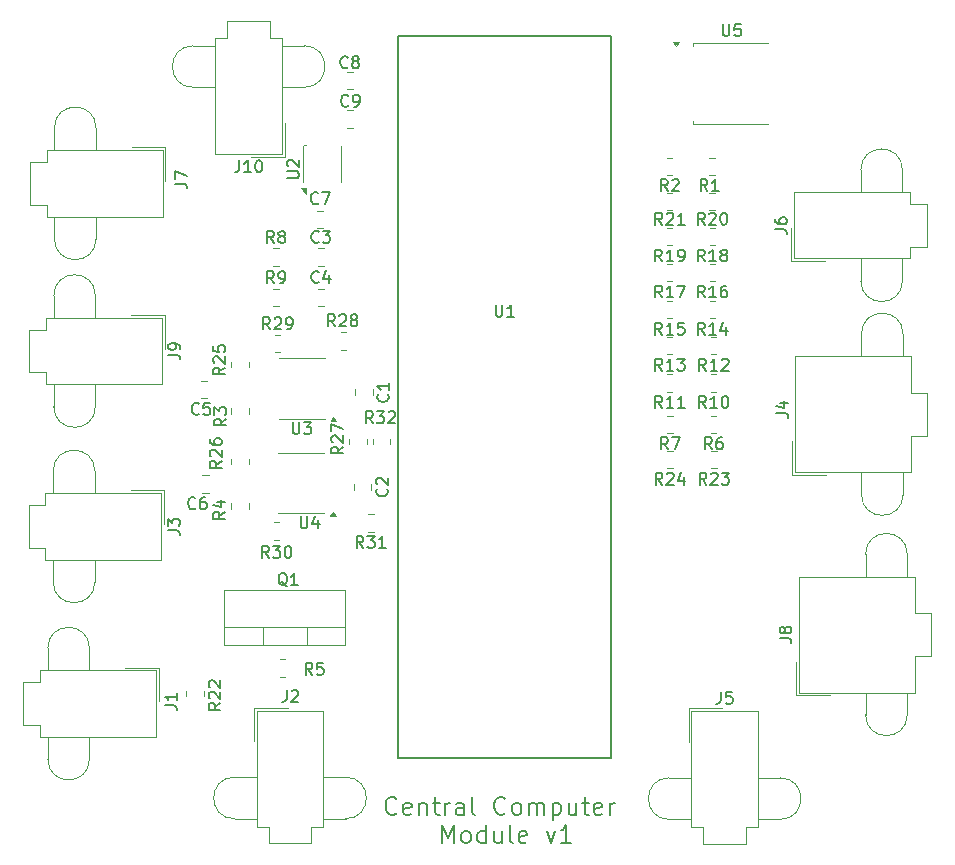
<source format=gbr>
%TF.GenerationSoftware,KiCad,Pcbnew,8.0.5*%
%TF.CreationDate,2025-02-16T14:39:50-08:00*%
%TF.ProjectId,ccm,63636d2e-6b69-4636-9164-5f7063625858,rev?*%
%TF.SameCoordinates,Original*%
%TF.FileFunction,Legend,Top*%
%TF.FilePolarity,Positive*%
%FSLAX46Y46*%
G04 Gerber Fmt 4.6, Leading zero omitted, Abs format (unit mm)*
G04 Created by KiCad (PCBNEW 8.0.5) date 2025-02-16 14:39:50*
%MOMM*%
%LPD*%
G01*
G04 APERTURE LIST*
%ADD10C,0.200000*%
%ADD11C,0.150000*%
%ADD12C,0.120000*%
%ADD13C,0.152400*%
G04 APERTURE END LIST*
D10*
X141964286Y-130748255D02*
X141892858Y-130819684D01*
X141892858Y-130819684D02*
X141678572Y-130891112D01*
X141678572Y-130891112D02*
X141535715Y-130891112D01*
X141535715Y-130891112D02*
X141321429Y-130819684D01*
X141321429Y-130819684D02*
X141178572Y-130676826D01*
X141178572Y-130676826D02*
X141107143Y-130533969D01*
X141107143Y-130533969D02*
X141035715Y-130248255D01*
X141035715Y-130248255D02*
X141035715Y-130033969D01*
X141035715Y-130033969D02*
X141107143Y-129748255D01*
X141107143Y-129748255D02*
X141178572Y-129605398D01*
X141178572Y-129605398D02*
X141321429Y-129462541D01*
X141321429Y-129462541D02*
X141535715Y-129391112D01*
X141535715Y-129391112D02*
X141678572Y-129391112D01*
X141678572Y-129391112D02*
X141892858Y-129462541D01*
X141892858Y-129462541D02*
X141964286Y-129533969D01*
X143178572Y-130819684D02*
X143035715Y-130891112D01*
X143035715Y-130891112D02*
X142750001Y-130891112D01*
X142750001Y-130891112D02*
X142607143Y-130819684D01*
X142607143Y-130819684D02*
X142535715Y-130676826D01*
X142535715Y-130676826D02*
X142535715Y-130105398D01*
X142535715Y-130105398D02*
X142607143Y-129962541D01*
X142607143Y-129962541D02*
X142750001Y-129891112D01*
X142750001Y-129891112D02*
X143035715Y-129891112D01*
X143035715Y-129891112D02*
X143178572Y-129962541D01*
X143178572Y-129962541D02*
X143250001Y-130105398D01*
X143250001Y-130105398D02*
X143250001Y-130248255D01*
X143250001Y-130248255D02*
X142535715Y-130391112D01*
X143892857Y-129891112D02*
X143892857Y-130891112D01*
X143892857Y-130033969D02*
X143964286Y-129962541D01*
X143964286Y-129962541D02*
X144107143Y-129891112D01*
X144107143Y-129891112D02*
X144321429Y-129891112D01*
X144321429Y-129891112D02*
X144464286Y-129962541D01*
X144464286Y-129962541D02*
X144535715Y-130105398D01*
X144535715Y-130105398D02*
X144535715Y-130891112D01*
X145035715Y-129891112D02*
X145607143Y-129891112D01*
X145250000Y-129391112D02*
X145250000Y-130676826D01*
X145250000Y-130676826D02*
X145321429Y-130819684D01*
X145321429Y-130819684D02*
X145464286Y-130891112D01*
X145464286Y-130891112D02*
X145607143Y-130891112D01*
X146107143Y-130891112D02*
X146107143Y-129891112D01*
X146107143Y-130176826D02*
X146178572Y-130033969D01*
X146178572Y-130033969D02*
X146250001Y-129962541D01*
X146250001Y-129962541D02*
X146392858Y-129891112D01*
X146392858Y-129891112D02*
X146535715Y-129891112D01*
X147678572Y-130891112D02*
X147678572Y-130105398D01*
X147678572Y-130105398D02*
X147607143Y-129962541D01*
X147607143Y-129962541D02*
X147464286Y-129891112D01*
X147464286Y-129891112D02*
X147178572Y-129891112D01*
X147178572Y-129891112D02*
X147035714Y-129962541D01*
X147678572Y-130819684D02*
X147535714Y-130891112D01*
X147535714Y-130891112D02*
X147178572Y-130891112D01*
X147178572Y-130891112D02*
X147035714Y-130819684D01*
X147035714Y-130819684D02*
X146964286Y-130676826D01*
X146964286Y-130676826D02*
X146964286Y-130533969D01*
X146964286Y-130533969D02*
X147035714Y-130391112D01*
X147035714Y-130391112D02*
X147178572Y-130319684D01*
X147178572Y-130319684D02*
X147535714Y-130319684D01*
X147535714Y-130319684D02*
X147678572Y-130248255D01*
X148607143Y-130891112D02*
X148464286Y-130819684D01*
X148464286Y-130819684D02*
X148392857Y-130676826D01*
X148392857Y-130676826D02*
X148392857Y-129391112D01*
X151178571Y-130748255D02*
X151107143Y-130819684D01*
X151107143Y-130819684D02*
X150892857Y-130891112D01*
X150892857Y-130891112D02*
X150750000Y-130891112D01*
X150750000Y-130891112D02*
X150535714Y-130819684D01*
X150535714Y-130819684D02*
X150392857Y-130676826D01*
X150392857Y-130676826D02*
X150321428Y-130533969D01*
X150321428Y-130533969D02*
X150250000Y-130248255D01*
X150250000Y-130248255D02*
X150250000Y-130033969D01*
X150250000Y-130033969D02*
X150321428Y-129748255D01*
X150321428Y-129748255D02*
X150392857Y-129605398D01*
X150392857Y-129605398D02*
X150535714Y-129462541D01*
X150535714Y-129462541D02*
X150750000Y-129391112D01*
X150750000Y-129391112D02*
X150892857Y-129391112D01*
X150892857Y-129391112D02*
X151107143Y-129462541D01*
X151107143Y-129462541D02*
X151178571Y-129533969D01*
X152035714Y-130891112D02*
X151892857Y-130819684D01*
X151892857Y-130819684D02*
X151821428Y-130748255D01*
X151821428Y-130748255D02*
X151750000Y-130605398D01*
X151750000Y-130605398D02*
X151750000Y-130176826D01*
X151750000Y-130176826D02*
X151821428Y-130033969D01*
X151821428Y-130033969D02*
X151892857Y-129962541D01*
X151892857Y-129962541D02*
X152035714Y-129891112D01*
X152035714Y-129891112D02*
X152250000Y-129891112D01*
X152250000Y-129891112D02*
X152392857Y-129962541D01*
X152392857Y-129962541D02*
X152464286Y-130033969D01*
X152464286Y-130033969D02*
X152535714Y-130176826D01*
X152535714Y-130176826D02*
X152535714Y-130605398D01*
X152535714Y-130605398D02*
X152464286Y-130748255D01*
X152464286Y-130748255D02*
X152392857Y-130819684D01*
X152392857Y-130819684D02*
X152250000Y-130891112D01*
X152250000Y-130891112D02*
X152035714Y-130891112D01*
X153178571Y-130891112D02*
X153178571Y-129891112D01*
X153178571Y-130033969D02*
X153250000Y-129962541D01*
X153250000Y-129962541D02*
X153392857Y-129891112D01*
X153392857Y-129891112D02*
X153607143Y-129891112D01*
X153607143Y-129891112D02*
X153750000Y-129962541D01*
X153750000Y-129962541D02*
X153821429Y-130105398D01*
X153821429Y-130105398D02*
X153821429Y-130891112D01*
X153821429Y-130105398D02*
X153892857Y-129962541D01*
X153892857Y-129962541D02*
X154035714Y-129891112D01*
X154035714Y-129891112D02*
X154250000Y-129891112D01*
X154250000Y-129891112D02*
X154392857Y-129962541D01*
X154392857Y-129962541D02*
X154464286Y-130105398D01*
X154464286Y-130105398D02*
X154464286Y-130891112D01*
X155178571Y-129891112D02*
X155178571Y-131391112D01*
X155178571Y-129962541D02*
X155321429Y-129891112D01*
X155321429Y-129891112D02*
X155607143Y-129891112D01*
X155607143Y-129891112D02*
X155750000Y-129962541D01*
X155750000Y-129962541D02*
X155821429Y-130033969D01*
X155821429Y-130033969D02*
X155892857Y-130176826D01*
X155892857Y-130176826D02*
X155892857Y-130605398D01*
X155892857Y-130605398D02*
X155821429Y-130748255D01*
X155821429Y-130748255D02*
X155750000Y-130819684D01*
X155750000Y-130819684D02*
X155607143Y-130891112D01*
X155607143Y-130891112D02*
X155321429Y-130891112D01*
X155321429Y-130891112D02*
X155178571Y-130819684D01*
X157178572Y-129891112D02*
X157178572Y-130891112D01*
X156535714Y-129891112D02*
X156535714Y-130676826D01*
X156535714Y-130676826D02*
X156607143Y-130819684D01*
X156607143Y-130819684D02*
X156750000Y-130891112D01*
X156750000Y-130891112D02*
X156964286Y-130891112D01*
X156964286Y-130891112D02*
X157107143Y-130819684D01*
X157107143Y-130819684D02*
X157178572Y-130748255D01*
X157678572Y-129891112D02*
X158250000Y-129891112D01*
X157892857Y-129391112D02*
X157892857Y-130676826D01*
X157892857Y-130676826D02*
X157964286Y-130819684D01*
X157964286Y-130819684D02*
X158107143Y-130891112D01*
X158107143Y-130891112D02*
X158250000Y-130891112D01*
X159321429Y-130819684D02*
X159178572Y-130891112D01*
X159178572Y-130891112D02*
X158892858Y-130891112D01*
X158892858Y-130891112D02*
X158750000Y-130819684D01*
X158750000Y-130819684D02*
X158678572Y-130676826D01*
X158678572Y-130676826D02*
X158678572Y-130105398D01*
X158678572Y-130105398D02*
X158750000Y-129962541D01*
X158750000Y-129962541D02*
X158892858Y-129891112D01*
X158892858Y-129891112D02*
X159178572Y-129891112D01*
X159178572Y-129891112D02*
X159321429Y-129962541D01*
X159321429Y-129962541D02*
X159392858Y-130105398D01*
X159392858Y-130105398D02*
X159392858Y-130248255D01*
X159392858Y-130248255D02*
X158678572Y-130391112D01*
X160035714Y-130891112D02*
X160035714Y-129891112D01*
X160035714Y-130176826D02*
X160107143Y-130033969D01*
X160107143Y-130033969D02*
X160178572Y-129962541D01*
X160178572Y-129962541D02*
X160321429Y-129891112D01*
X160321429Y-129891112D02*
X160464286Y-129891112D01*
X145821428Y-133306028D02*
X145821428Y-131806028D01*
X145821428Y-131806028D02*
X146321428Y-132877457D01*
X146321428Y-132877457D02*
X146821428Y-131806028D01*
X146821428Y-131806028D02*
X146821428Y-133306028D01*
X147750000Y-133306028D02*
X147607143Y-133234600D01*
X147607143Y-133234600D02*
X147535714Y-133163171D01*
X147535714Y-133163171D02*
X147464286Y-133020314D01*
X147464286Y-133020314D02*
X147464286Y-132591742D01*
X147464286Y-132591742D02*
X147535714Y-132448885D01*
X147535714Y-132448885D02*
X147607143Y-132377457D01*
X147607143Y-132377457D02*
X147750000Y-132306028D01*
X147750000Y-132306028D02*
X147964286Y-132306028D01*
X147964286Y-132306028D02*
X148107143Y-132377457D01*
X148107143Y-132377457D02*
X148178572Y-132448885D01*
X148178572Y-132448885D02*
X148250000Y-132591742D01*
X148250000Y-132591742D02*
X148250000Y-133020314D01*
X148250000Y-133020314D02*
X148178572Y-133163171D01*
X148178572Y-133163171D02*
X148107143Y-133234600D01*
X148107143Y-133234600D02*
X147964286Y-133306028D01*
X147964286Y-133306028D02*
X147750000Y-133306028D01*
X149535715Y-133306028D02*
X149535715Y-131806028D01*
X149535715Y-133234600D02*
X149392857Y-133306028D01*
X149392857Y-133306028D02*
X149107143Y-133306028D01*
X149107143Y-133306028D02*
X148964286Y-133234600D01*
X148964286Y-133234600D02*
X148892857Y-133163171D01*
X148892857Y-133163171D02*
X148821429Y-133020314D01*
X148821429Y-133020314D02*
X148821429Y-132591742D01*
X148821429Y-132591742D02*
X148892857Y-132448885D01*
X148892857Y-132448885D02*
X148964286Y-132377457D01*
X148964286Y-132377457D02*
X149107143Y-132306028D01*
X149107143Y-132306028D02*
X149392857Y-132306028D01*
X149392857Y-132306028D02*
X149535715Y-132377457D01*
X150892858Y-132306028D02*
X150892858Y-133306028D01*
X150250000Y-132306028D02*
X150250000Y-133091742D01*
X150250000Y-133091742D02*
X150321429Y-133234600D01*
X150321429Y-133234600D02*
X150464286Y-133306028D01*
X150464286Y-133306028D02*
X150678572Y-133306028D01*
X150678572Y-133306028D02*
X150821429Y-133234600D01*
X150821429Y-133234600D02*
X150892858Y-133163171D01*
X151821429Y-133306028D02*
X151678572Y-133234600D01*
X151678572Y-133234600D02*
X151607143Y-133091742D01*
X151607143Y-133091742D02*
X151607143Y-131806028D01*
X152964286Y-133234600D02*
X152821429Y-133306028D01*
X152821429Y-133306028D02*
X152535715Y-133306028D01*
X152535715Y-133306028D02*
X152392857Y-133234600D01*
X152392857Y-133234600D02*
X152321429Y-133091742D01*
X152321429Y-133091742D02*
X152321429Y-132520314D01*
X152321429Y-132520314D02*
X152392857Y-132377457D01*
X152392857Y-132377457D02*
X152535715Y-132306028D01*
X152535715Y-132306028D02*
X152821429Y-132306028D01*
X152821429Y-132306028D02*
X152964286Y-132377457D01*
X152964286Y-132377457D02*
X153035715Y-132520314D01*
X153035715Y-132520314D02*
X153035715Y-132663171D01*
X153035715Y-132663171D02*
X152321429Y-132806028D01*
X154678571Y-132306028D02*
X155035714Y-133306028D01*
X155035714Y-133306028D02*
X155392857Y-132306028D01*
X156750000Y-133306028D02*
X155892857Y-133306028D01*
X156321428Y-133306028D02*
X156321428Y-131806028D01*
X156321428Y-131806028D02*
X156178571Y-132020314D01*
X156178571Y-132020314D02*
X156035714Y-132163171D01*
X156035714Y-132163171D02*
X155892857Y-132234600D01*
D11*
X136757142Y-89554819D02*
X136423809Y-89078628D01*
X136185714Y-89554819D02*
X136185714Y-88554819D01*
X136185714Y-88554819D02*
X136566666Y-88554819D01*
X136566666Y-88554819D02*
X136661904Y-88602438D01*
X136661904Y-88602438D02*
X136709523Y-88650057D01*
X136709523Y-88650057D02*
X136757142Y-88745295D01*
X136757142Y-88745295D02*
X136757142Y-88888152D01*
X136757142Y-88888152D02*
X136709523Y-88983390D01*
X136709523Y-88983390D02*
X136661904Y-89031009D01*
X136661904Y-89031009D02*
X136566666Y-89078628D01*
X136566666Y-89078628D02*
X136185714Y-89078628D01*
X137138095Y-88650057D02*
X137185714Y-88602438D01*
X137185714Y-88602438D02*
X137280952Y-88554819D01*
X137280952Y-88554819D02*
X137519047Y-88554819D01*
X137519047Y-88554819D02*
X137614285Y-88602438D01*
X137614285Y-88602438D02*
X137661904Y-88650057D01*
X137661904Y-88650057D02*
X137709523Y-88745295D01*
X137709523Y-88745295D02*
X137709523Y-88840533D01*
X137709523Y-88840533D02*
X137661904Y-88983390D01*
X137661904Y-88983390D02*
X137090476Y-89554819D01*
X137090476Y-89554819D02*
X137709523Y-89554819D01*
X138280952Y-88983390D02*
X138185714Y-88935771D01*
X138185714Y-88935771D02*
X138138095Y-88888152D01*
X138138095Y-88888152D02*
X138090476Y-88792914D01*
X138090476Y-88792914D02*
X138090476Y-88745295D01*
X138090476Y-88745295D02*
X138138095Y-88650057D01*
X138138095Y-88650057D02*
X138185714Y-88602438D01*
X138185714Y-88602438D02*
X138280952Y-88554819D01*
X138280952Y-88554819D02*
X138471428Y-88554819D01*
X138471428Y-88554819D02*
X138566666Y-88602438D01*
X138566666Y-88602438D02*
X138614285Y-88650057D01*
X138614285Y-88650057D02*
X138661904Y-88745295D01*
X138661904Y-88745295D02*
X138661904Y-88792914D01*
X138661904Y-88792914D02*
X138614285Y-88888152D01*
X138614285Y-88888152D02*
X138566666Y-88935771D01*
X138566666Y-88935771D02*
X138471428Y-88983390D01*
X138471428Y-88983390D02*
X138280952Y-88983390D01*
X138280952Y-88983390D02*
X138185714Y-89031009D01*
X138185714Y-89031009D02*
X138138095Y-89078628D01*
X138138095Y-89078628D02*
X138090476Y-89173866D01*
X138090476Y-89173866D02*
X138090476Y-89364342D01*
X138090476Y-89364342D02*
X138138095Y-89459580D01*
X138138095Y-89459580D02*
X138185714Y-89507200D01*
X138185714Y-89507200D02*
X138280952Y-89554819D01*
X138280952Y-89554819D02*
X138471428Y-89554819D01*
X138471428Y-89554819D02*
X138566666Y-89507200D01*
X138566666Y-89507200D02*
X138614285Y-89459580D01*
X138614285Y-89459580D02*
X138661904Y-89364342D01*
X138661904Y-89364342D02*
X138661904Y-89173866D01*
X138661904Y-89173866D02*
X138614285Y-89078628D01*
X138614285Y-89078628D02*
X138566666Y-89031009D01*
X138566666Y-89031009D02*
X138471428Y-88983390D01*
X168207142Y-102954819D02*
X167873809Y-102478628D01*
X167635714Y-102954819D02*
X167635714Y-101954819D01*
X167635714Y-101954819D02*
X168016666Y-101954819D01*
X168016666Y-101954819D02*
X168111904Y-102002438D01*
X168111904Y-102002438D02*
X168159523Y-102050057D01*
X168159523Y-102050057D02*
X168207142Y-102145295D01*
X168207142Y-102145295D02*
X168207142Y-102288152D01*
X168207142Y-102288152D02*
X168159523Y-102383390D01*
X168159523Y-102383390D02*
X168111904Y-102431009D01*
X168111904Y-102431009D02*
X168016666Y-102478628D01*
X168016666Y-102478628D02*
X167635714Y-102478628D01*
X168588095Y-102050057D02*
X168635714Y-102002438D01*
X168635714Y-102002438D02*
X168730952Y-101954819D01*
X168730952Y-101954819D02*
X168969047Y-101954819D01*
X168969047Y-101954819D02*
X169064285Y-102002438D01*
X169064285Y-102002438D02*
X169111904Y-102050057D01*
X169111904Y-102050057D02*
X169159523Y-102145295D01*
X169159523Y-102145295D02*
X169159523Y-102240533D01*
X169159523Y-102240533D02*
X169111904Y-102383390D01*
X169111904Y-102383390D02*
X168540476Y-102954819D01*
X168540476Y-102954819D02*
X169159523Y-102954819D01*
X169492857Y-101954819D02*
X170111904Y-101954819D01*
X170111904Y-101954819D02*
X169778571Y-102335771D01*
X169778571Y-102335771D02*
X169921428Y-102335771D01*
X169921428Y-102335771D02*
X170016666Y-102383390D01*
X170016666Y-102383390D02*
X170064285Y-102431009D01*
X170064285Y-102431009D02*
X170111904Y-102526247D01*
X170111904Y-102526247D02*
X170111904Y-102764342D01*
X170111904Y-102764342D02*
X170064285Y-102859580D01*
X170064285Y-102859580D02*
X170016666Y-102907200D01*
X170016666Y-102907200D02*
X169921428Y-102954819D01*
X169921428Y-102954819D02*
X169635714Y-102954819D01*
X169635714Y-102954819D02*
X169540476Y-102907200D01*
X169540476Y-102907200D02*
X169492857Y-102859580D01*
X164457142Y-87104819D02*
X164123809Y-86628628D01*
X163885714Y-87104819D02*
X163885714Y-86104819D01*
X163885714Y-86104819D02*
X164266666Y-86104819D01*
X164266666Y-86104819D02*
X164361904Y-86152438D01*
X164361904Y-86152438D02*
X164409523Y-86200057D01*
X164409523Y-86200057D02*
X164457142Y-86295295D01*
X164457142Y-86295295D02*
X164457142Y-86438152D01*
X164457142Y-86438152D02*
X164409523Y-86533390D01*
X164409523Y-86533390D02*
X164361904Y-86581009D01*
X164361904Y-86581009D02*
X164266666Y-86628628D01*
X164266666Y-86628628D02*
X163885714Y-86628628D01*
X165409523Y-87104819D02*
X164838095Y-87104819D01*
X165123809Y-87104819D02*
X165123809Y-86104819D01*
X165123809Y-86104819D02*
X165028571Y-86247676D01*
X165028571Y-86247676D02*
X164933333Y-86342914D01*
X164933333Y-86342914D02*
X164838095Y-86390533D01*
X165742857Y-86104819D02*
X166409523Y-86104819D01*
X166409523Y-86104819D02*
X165980952Y-87104819D01*
X174404819Y-115983333D02*
X175119104Y-115983333D01*
X175119104Y-115983333D02*
X175261961Y-116030952D01*
X175261961Y-116030952D02*
X175357200Y-116126190D01*
X175357200Y-116126190D02*
X175404819Y-116269047D01*
X175404819Y-116269047D02*
X175404819Y-116364285D01*
X174833390Y-115364285D02*
X174785771Y-115459523D01*
X174785771Y-115459523D02*
X174738152Y-115507142D01*
X174738152Y-115507142D02*
X174642914Y-115554761D01*
X174642914Y-115554761D02*
X174595295Y-115554761D01*
X174595295Y-115554761D02*
X174500057Y-115507142D01*
X174500057Y-115507142D02*
X174452438Y-115459523D01*
X174452438Y-115459523D02*
X174404819Y-115364285D01*
X174404819Y-115364285D02*
X174404819Y-115173809D01*
X174404819Y-115173809D02*
X174452438Y-115078571D01*
X174452438Y-115078571D02*
X174500057Y-115030952D01*
X174500057Y-115030952D02*
X174595295Y-114983333D01*
X174595295Y-114983333D02*
X174642914Y-114983333D01*
X174642914Y-114983333D02*
X174738152Y-115030952D01*
X174738152Y-115030952D02*
X174785771Y-115078571D01*
X174785771Y-115078571D02*
X174833390Y-115173809D01*
X174833390Y-115173809D02*
X174833390Y-115364285D01*
X174833390Y-115364285D02*
X174881009Y-115459523D01*
X174881009Y-115459523D02*
X174928628Y-115507142D01*
X174928628Y-115507142D02*
X175023866Y-115554761D01*
X175023866Y-115554761D02*
X175214342Y-115554761D01*
X175214342Y-115554761D02*
X175309580Y-115507142D01*
X175309580Y-115507142D02*
X175357200Y-115459523D01*
X175357200Y-115459523D02*
X175404819Y-115364285D01*
X175404819Y-115364285D02*
X175404819Y-115173809D01*
X175404819Y-115173809D02*
X175357200Y-115078571D01*
X175357200Y-115078571D02*
X175309580Y-115030952D01*
X175309580Y-115030952D02*
X175214342Y-114983333D01*
X175214342Y-114983333D02*
X175023866Y-114983333D01*
X175023866Y-114983333D02*
X174928628Y-115030952D01*
X174928628Y-115030952D02*
X174881009Y-115078571D01*
X174881009Y-115078571D02*
X174833390Y-115173809D01*
X168057142Y-80954819D02*
X167723809Y-80478628D01*
X167485714Y-80954819D02*
X167485714Y-79954819D01*
X167485714Y-79954819D02*
X167866666Y-79954819D01*
X167866666Y-79954819D02*
X167961904Y-80002438D01*
X167961904Y-80002438D02*
X168009523Y-80050057D01*
X168009523Y-80050057D02*
X168057142Y-80145295D01*
X168057142Y-80145295D02*
X168057142Y-80288152D01*
X168057142Y-80288152D02*
X168009523Y-80383390D01*
X168009523Y-80383390D02*
X167961904Y-80431009D01*
X167961904Y-80431009D02*
X167866666Y-80478628D01*
X167866666Y-80478628D02*
X167485714Y-80478628D01*
X168438095Y-80050057D02*
X168485714Y-80002438D01*
X168485714Y-80002438D02*
X168580952Y-79954819D01*
X168580952Y-79954819D02*
X168819047Y-79954819D01*
X168819047Y-79954819D02*
X168914285Y-80002438D01*
X168914285Y-80002438D02*
X168961904Y-80050057D01*
X168961904Y-80050057D02*
X169009523Y-80145295D01*
X169009523Y-80145295D02*
X169009523Y-80240533D01*
X169009523Y-80240533D02*
X168961904Y-80383390D01*
X168961904Y-80383390D02*
X168390476Y-80954819D01*
X168390476Y-80954819D02*
X169009523Y-80954819D01*
X169628571Y-79954819D02*
X169723809Y-79954819D01*
X169723809Y-79954819D02*
X169819047Y-80002438D01*
X169819047Y-80002438D02*
X169866666Y-80050057D01*
X169866666Y-80050057D02*
X169914285Y-80145295D01*
X169914285Y-80145295D02*
X169961904Y-80335771D01*
X169961904Y-80335771D02*
X169961904Y-80573866D01*
X169961904Y-80573866D02*
X169914285Y-80764342D01*
X169914285Y-80764342D02*
X169866666Y-80859580D01*
X169866666Y-80859580D02*
X169819047Y-80907200D01*
X169819047Y-80907200D02*
X169723809Y-80954819D01*
X169723809Y-80954819D02*
X169628571Y-80954819D01*
X169628571Y-80954819D02*
X169533333Y-80907200D01*
X169533333Y-80907200D02*
X169485714Y-80859580D01*
X169485714Y-80859580D02*
X169438095Y-80764342D01*
X169438095Y-80764342D02*
X169390476Y-80573866D01*
X169390476Y-80573866D02*
X169390476Y-80335771D01*
X169390476Y-80335771D02*
X169438095Y-80145295D01*
X169438095Y-80145295D02*
X169485714Y-80050057D01*
X169485714Y-80050057D02*
X169533333Y-80002438D01*
X169533333Y-80002438D02*
X169628571Y-79954819D01*
X168169642Y-93304819D02*
X167836309Y-92828628D01*
X167598214Y-93304819D02*
X167598214Y-92304819D01*
X167598214Y-92304819D02*
X167979166Y-92304819D01*
X167979166Y-92304819D02*
X168074404Y-92352438D01*
X168074404Y-92352438D02*
X168122023Y-92400057D01*
X168122023Y-92400057D02*
X168169642Y-92495295D01*
X168169642Y-92495295D02*
X168169642Y-92638152D01*
X168169642Y-92638152D02*
X168122023Y-92733390D01*
X168122023Y-92733390D02*
X168074404Y-92781009D01*
X168074404Y-92781009D02*
X167979166Y-92828628D01*
X167979166Y-92828628D02*
X167598214Y-92828628D01*
X169122023Y-93304819D02*
X168550595Y-93304819D01*
X168836309Y-93304819D02*
X168836309Y-92304819D01*
X168836309Y-92304819D02*
X168741071Y-92447676D01*
X168741071Y-92447676D02*
X168645833Y-92542914D01*
X168645833Y-92542914D02*
X168550595Y-92590533D01*
X169502976Y-92400057D02*
X169550595Y-92352438D01*
X169550595Y-92352438D02*
X169645833Y-92304819D01*
X169645833Y-92304819D02*
X169883928Y-92304819D01*
X169883928Y-92304819D02*
X169979166Y-92352438D01*
X169979166Y-92352438D02*
X170026785Y-92400057D01*
X170026785Y-92400057D02*
X170074404Y-92495295D01*
X170074404Y-92495295D02*
X170074404Y-92590533D01*
X170074404Y-92590533D02*
X170026785Y-92733390D01*
X170026785Y-92733390D02*
X169455357Y-93304819D01*
X169455357Y-93304819D02*
X170074404Y-93304819D01*
X168157142Y-96454819D02*
X167823809Y-95978628D01*
X167585714Y-96454819D02*
X167585714Y-95454819D01*
X167585714Y-95454819D02*
X167966666Y-95454819D01*
X167966666Y-95454819D02*
X168061904Y-95502438D01*
X168061904Y-95502438D02*
X168109523Y-95550057D01*
X168109523Y-95550057D02*
X168157142Y-95645295D01*
X168157142Y-95645295D02*
X168157142Y-95788152D01*
X168157142Y-95788152D02*
X168109523Y-95883390D01*
X168109523Y-95883390D02*
X168061904Y-95931009D01*
X168061904Y-95931009D02*
X167966666Y-95978628D01*
X167966666Y-95978628D02*
X167585714Y-95978628D01*
X169109523Y-96454819D02*
X168538095Y-96454819D01*
X168823809Y-96454819D02*
X168823809Y-95454819D01*
X168823809Y-95454819D02*
X168728571Y-95597676D01*
X168728571Y-95597676D02*
X168633333Y-95692914D01*
X168633333Y-95692914D02*
X168538095Y-95740533D01*
X169728571Y-95454819D02*
X169823809Y-95454819D01*
X169823809Y-95454819D02*
X169919047Y-95502438D01*
X169919047Y-95502438D02*
X169966666Y-95550057D01*
X169966666Y-95550057D02*
X170014285Y-95645295D01*
X170014285Y-95645295D02*
X170061904Y-95835771D01*
X170061904Y-95835771D02*
X170061904Y-96073866D01*
X170061904Y-96073866D02*
X170014285Y-96264342D01*
X170014285Y-96264342D02*
X169966666Y-96359580D01*
X169966666Y-96359580D02*
X169919047Y-96407200D01*
X169919047Y-96407200D02*
X169823809Y-96454819D01*
X169823809Y-96454819D02*
X169728571Y-96454819D01*
X169728571Y-96454819D02*
X169633333Y-96407200D01*
X169633333Y-96407200D02*
X169585714Y-96359580D01*
X169585714Y-96359580D02*
X169538095Y-96264342D01*
X169538095Y-96264342D02*
X169490476Y-96073866D01*
X169490476Y-96073866D02*
X169490476Y-95835771D01*
X169490476Y-95835771D02*
X169538095Y-95645295D01*
X169538095Y-95645295D02*
X169585714Y-95550057D01*
X169585714Y-95550057D02*
X169633333Y-95502438D01*
X169633333Y-95502438D02*
X169728571Y-95454819D01*
X133163095Y-97659819D02*
X133163095Y-98469342D01*
X133163095Y-98469342D02*
X133210714Y-98564580D01*
X133210714Y-98564580D02*
X133258333Y-98612200D01*
X133258333Y-98612200D02*
X133353571Y-98659819D01*
X133353571Y-98659819D02*
X133544047Y-98659819D01*
X133544047Y-98659819D02*
X133639285Y-98612200D01*
X133639285Y-98612200D02*
X133686904Y-98564580D01*
X133686904Y-98564580D02*
X133734523Y-98469342D01*
X133734523Y-98469342D02*
X133734523Y-97659819D01*
X134115476Y-97659819D02*
X134734523Y-97659819D01*
X134734523Y-97659819D02*
X134401190Y-98040771D01*
X134401190Y-98040771D02*
X134544047Y-98040771D01*
X134544047Y-98040771D02*
X134639285Y-98088390D01*
X134639285Y-98088390D02*
X134686904Y-98136009D01*
X134686904Y-98136009D02*
X134734523Y-98231247D01*
X134734523Y-98231247D02*
X134734523Y-98469342D01*
X134734523Y-98469342D02*
X134686904Y-98564580D01*
X134686904Y-98564580D02*
X134639285Y-98612200D01*
X134639285Y-98612200D02*
X134544047Y-98659819D01*
X134544047Y-98659819D02*
X134258333Y-98659819D01*
X134258333Y-98659819D02*
X134163095Y-98612200D01*
X134163095Y-98612200D02*
X134115476Y-98564580D01*
X134833333Y-119054819D02*
X134500000Y-118578628D01*
X134261905Y-119054819D02*
X134261905Y-118054819D01*
X134261905Y-118054819D02*
X134642857Y-118054819D01*
X134642857Y-118054819D02*
X134738095Y-118102438D01*
X134738095Y-118102438D02*
X134785714Y-118150057D01*
X134785714Y-118150057D02*
X134833333Y-118245295D01*
X134833333Y-118245295D02*
X134833333Y-118388152D01*
X134833333Y-118388152D02*
X134785714Y-118483390D01*
X134785714Y-118483390D02*
X134738095Y-118531009D01*
X134738095Y-118531009D02*
X134642857Y-118578628D01*
X134642857Y-118578628D02*
X134261905Y-118578628D01*
X135738095Y-118054819D02*
X135261905Y-118054819D01*
X135261905Y-118054819D02*
X135214286Y-118531009D01*
X135214286Y-118531009D02*
X135261905Y-118483390D01*
X135261905Y-118483390D02*
X135357143Y-118435771D01*
X135357143Y-118435771D02*
X135595238Y-118435771D01*
X135595238Y-118435771D02*
X135690476Y-118483390D01*
X135690476Y-118483390D02*
X135738095Y-118531009D01*
X135738095Y-118531009D02*
X135785714Y-118626247D01*
X135785714Y-118626247D02*
X135785714Y-118864342D01*
X135785714Y-118864342D02*
X135738095Y-118959580D01*
X135738095Y-118959580D02*
X135690476Y-119007200D01*
X135690476Y-119007200D02*
X135595238Y-119054819D01*
X135595238Y-119054819D02*
X135357143Y-119054819D01*
X135357143Y-119054819D02*
X135261905Y-119007200D01*
X135261905Y-119007200D02*
X135214286Y-118959580D01*
X131157142Y-109154819D02*
X130823809Y-108678628D01*
X130585714Y-109154819D02*
X130585714Y-108154819D01*
X130585714Y-108154819D02*
X130966666Y-108154819D01*
X130966666Y-108154819D02*
X131061904Y-108202438D01*
X131061904Y-108202438D02*
X131109523Y-108250057D01*
X131109523Y-108250057D02*
X131157142Y-108345295D01*
X131157142Y-108345295D02*
X131157142Y-108488152D01*
X131157142Y-108488152D02*
X131109523Y-108583390D01*
X131109523Y-108583390D02*
X131061904Y-108631009D01*
X131061904Y-108631009D02*
X130966666Y-108678628D01*
X130966666Y-108678628D02*
X130585714Y-108678628D01*
X131490476Y-108154819D02*
X132109523Y-108154819D01*
X132109523Y-108154819D02*
X131776190Y-108535771D01*
X131776190Y-108535771D02*
X131919047Y-108535771D01*
X131919047Y-108535771D02*
X132014285Y-108583390D01*
X132014285Y-108583390D02*
X132061904Y-108631009D01*
X132061904Y-108631009D02*
X132109523Y-108726247D01*
X132109523Y-108726247D02*
X132109523Y-108964342D01*
X132109523Y-108964342D02*
X132061904Y-109059580D01*
X132061904Y-109059580D02*
X132014285Y-109107200D01*
X132014285Y-109107200D02*
X131919047Y-109154819D01*
X131919047Y-109154819D02*
X131633333Y-109154819D01*
X131633333Y-109154819D02*
X131538095Y-109107200D01*
X131538095Y-109107200D02*
X131490476Y-109059580D01*
X132728571Y-108154819D02*
X132823809Y-108154819D01*
X132823809Y-108154819D02*
X132919047Y-108202438D01*
X132919047Y-108202438D02*
X132966666Y-108250057D01*
X132966666Y-108250057D02*
X133014285Y-108345295D01*
X133014285Y-108345295D02*
X133061904Y-108535771D01*
X133061904Y-108535771D02*
X133061904Y-108773866D01*
X133061904Y-108773866D02*
X133014285Y-108964342D01*
X133014285Y-108964342D02*
X132966666Y-109059580D01*
X132966666Y-109059580D02*
X132919047Y-109107200D01*
X132919047Y-109107200D02*
X132823809Y-109154819D01*
X132823809Y-109154819D02*
X132728571Y-109154819D01*
X132728571Y-109154819D02*
X132633333Y-109107200D01*
X132633333Y-109107200D02*
X132585714Y-109059580D01*
X132585714Y-109059580D02*
X132538095Y-108964342D01*
X132538095Y-108964342D02*
X132490476Y-108773866D01*
X132490476Y-108773866D02*
X132490476Y-108535771D01*
X132490476Y-108535771D02*
X132538095Y-108345295D01*
X132538095Y-108345295D02*
X132585714Y-108250057D01*
X132585714Y-108250057D02*
X132633333Y-108202438D01*
X132633333Y-108202438D02*
X132728571Y-108154819D01*
X128640476Y-75504819D02*
X128640476Y-76219104D01*
X128640476Y-76219104D02*
X128592857Y-76361961D01*
X128592857Y-76361961D02*
X128497619Y-76457200D01*
X128497619Y-76457200D02*
X128354762Y-76504819D01*
X128354762Y-76504819D02*
X128259524Y-76504819D01*
X129640476Y-76504819D02*
X129069048Y-76504819D01*
X129354762Y-76504819D02*
X129354762Y-75504819D01*
X129354762Y-75504819D02*
X129259524Y-75647676D01*
X129259524Y-75647676D02*
X129164286Y-75742914D01*
X129164286Y-75742914D02*
X129069048Y-75790533D01*
X130259524Y-75504819D02*
X130354762Y-75504819D01*
X130354762Y-75504819D02*
X130450000Y-75552438D01*
X130450000Y-75552438D02*
X130497619Y-75600057D01*
X130497619Y-75600057D02*
X130545238Y-75695295D01*
X130545238Y-75695295D02*
X130592857Y-75885771D01*
X130592857Y-75885771D02*
X130592857Y-76123866D01*
X130592857Y-76123866D02*
X130545238Y-76314342D01*
X130545238Y-76314342D02*
X130497619Y-76409580D01*
X130497619Y-76409580D02*
X130450000Y-76457200D01*
X130450000Y-76457200D02*
X130354762Y-76504819D01*
X130354762Y-76504819D02*
X130259524Y-76504819D01*
X130259524Y-76504819D02*
X130164286Y-76457200D01*
X130164286Y-76457200D02*
X130116667Y-76409580D01*
X130116667Y-76409580D02*
X130069048Y-76314342D01*
X130069048Y-76314342D02*
X130021429Y-76123866D01*
X130021429Y-76123866D02*
X130021429Y-75885771D01*
X130021429Y-75885771D02*
X130069048Y-75695295D01*
X130069048Y-75695295D02*
X130116667Y-75600057D01*
X130116667Y-75600057D02*
X130164286Y-75552438D01*
X130164286Y-75552438D02*
X130259524Y-75504819D01*
X137833333Y-67609580D02*
X137785714Y-67657200D01*
X137785714Y-67657200D02*
X137642857Y-67704819D01*
X137642857Y-67704819D02*
X137547619Y-67704819D01*
X137547619Y-67704819D02*
X137404762Y-67657200D01*
X137404762Y-67657200D02*
X137309524Y-67561961D01*
X137309524Y-67561961D02*
X137261905Y-67466723D01*
X137261905Y-67466723D02*
X137214286Y-67276247D01*
X137214286Y-67276247D02*
X137214286Y-67133390D01*
X137214286Y-67133390D02*
X137261905Y-66942914D01*
X137261905Y-66942914D02*
X137309524Y-66847676D01*
X137309524Y-66847676D02*
X137404762Y-66752438D01*
X137404762Y-66752438D02*
X137547619Y-66704819D01*
X137547619Y-66704819D02*
X137642857Y-66704819D01*
X137642857Y-66704819D02*
X137785714Y-66752438D01*
X137785714Y-66752438D02*
X137833333Y-66800057D01*
X138404762Y-67133390D02*
X138309524Y-67085771D01*
X138309524Y-67085771D02*
X138261905Y-67038152D01*
X138261905Y-67038152D02*
X138214286Y-66942914D01*
X138214286Y-66942914D02*
X138214286Y-66895295D01*
X138214286Y-66895295D02*
X138261905Y-66800057D01*
X138261905Y-66800057D02*
X138309524Y-66752438D01*
X138309524Y-66752438D02*
X138404762Y-66704819D01*
X138404762Y-66704819D02*
X138595238Y-66704819D01*
X138595238Y-66704819D02*
X138690476Y-66752438D01*
X138690476Y-66752438D02*
X138738095Y-66800057D01*
X138738095Y-66800057D02*
X138785714Y-66895295D01*
X138785714Y-66895295D02*
X138785714Y-66942914D01*
X138785714Y-66942914D02*
X138738095Y-67038152D01*
X138738095Y-67038152D02*
X138690476Y-67085771D01*
X138690476Y-67085771D02*
X138595238Y-67133390D01*
X138595238Y-67133390D02*
X138404762Y-67133390D01*
X138404762Y-67133390D02*
X138309524Y-67181009D01*
X138309524Y-67181009D02*
X138261905Y-67228628D01*
X138261905Y-67228628D02*
X138214286Y-67323866D01*
X138214286Y-67323866D02*
X138214286Y-67514342D01*
X138214286Y-67514342D02*
X138261905Y-67609580D01*
X138261905Y-67609580D02*
X138309524Y-67657200D01*
X138309524Y-67657200D02*
X138404762Y-67704819D01*
X138404762Y-67704819D02*
X138595238Y-67704819D01*
X138595238Y-67704819D02*
X138690476Y-67657200D01*
X138690476Y-67657200D02*
X138738095Y-67609580D01*
X138738095Y-67609580D02*
X138785714Y-67514342D01*
X138785714Y-67514342D02*
X138785714Y-67323866D01*
X138785714Y-67323866D02*
X138738095Y-67228628D01*
X138738095Y-67228628D02*
X138690476Y-67181009D01*
X138690476Y-67181009D02*
X138595238Y-67133390D01*
X137454819Y-99742857D02*
X136978628Y-100076190D01*
X137454819Y-100314285D02*
X136454819Y-100314285D01*
X136454819Y-100314285D02*
X136454819Y-99933333D01*
X136454819Y-99933333D02*
X136502438Y-99838095D01*
X136502438Y-99838095D02*
X136550057Y-99790476D01*
X136550057Y-99790476D02*
X136645295Y-99742857D01*
X136645295Y-99742857D02*
X136788152Y-99742857D01*
X136788152Y-99742857D02*
X136883390Y-99790476D01*
X136883390Y-99790476D02*
X136931009Y-99838095D01*
X136931009Y-99838095D02*
X136978628Y-99933333D01*
X136978628Y-99933333D02*
X136978628Y-100314285D01*
X136550057Y-99361904D02*
X136502438Y-99314285D01*
X136502438Y-99314285D02*
X136454819Y-99219047D01*
X136454819Y-99219047D02*
X136454819Y-98980952D01*
X136454819Y-98980952D02*
X136502438Y-98885714D01*
X136502438Y-98885714D02*
X136550057Y-98838095D01*
X136550057Y-98838095D02*
X136645295Y-98790476D01*
X136645295Y-98790476D02*
X136740533Y-98790476D01*
X136740533Y-98790476D02*
X136883390Y-98838095D01*
X136883390Y-98838095D02*
X137454819Y-99409523D01*
X137454819Y-99409523D02*
X137454819Y-98790476D01*
X136454819Y-98457142D02*
X136454819Y-97790476D01*
X136454819Y-97790476D02*
X137454819Y-98219047D01*
X168069642Y-87104819D02*
X167736309Y-86628628D01*
X167498214Y-87104819D02*
X167498214Y-86104819D01*
X167498214Y-86104819D02*
X167879166Y-86104819D01*
X167879166Y-86104819D02*
X167974404Y-86152438D01*
X167974404Y-86152438D02*
X168022023Y-86200057D01*
X168022023Y-86200057D02*
X168069642Y-86295295D01*
X168069642Y-86295295D02*
X168069642Y-86438152D01*
X168069642Y-86438152D02*
X168022023Y-86533390D01*
X168022023Y-86533390D02*
X167974404Y-86581009D01*
X167974404Y-86581009D02*
X167879166Y-86628628D01*
X167879166Y-86628628D02*
X167498214Y-86628628D01*
X169022023Y-87104819D02*
X168450595Y-87104819D01*
X168736309Y-87104819D02*
X168736309Y-86104819D01*
X168736309Y-86104819D02*
X168641071Y-86247676D01*
X168641071Y-86247676D02*
X168545833Y-86342914D01*
X168545833Y-86342914D02*
X168450595Y-86390533D01*
X169879166Y-86104819D02*
X169688690Y-86104819D01*
X169688690Y-86104819D02*
X169593452Y-86152438D01*
X169593452Y-86152438D02*
X169545833Y-86200057D01*
X169545833Y-86200057D02*
X169450595Y-86342914D01*
X169450595Y-86342914D02*
X169402976Y-86533390D01*
X169402976Y-86533390D02*
X169402976Y-86914342D01*
X169402976Y-86914342D02*
X169450595Y-87009580D01*
X169450595Y-87009580D02*
X169498214Y-87057200D01*
X169498214Y-87057200D02*
X169593452Y-87104819D01*
X169593452Y-87104819D02*
X169783928Y-87104819D01*
X169783928Y-87104819D02*
X169879166Y-87057200D01*
X169879166Y-87057200D02*
X169926785Y-87009580D01*
X169926785Y-87009580D02*
X169974404Y-86914342D01*
X169974404Y-86914342D02*
X169974404Y-86676247D01*
X169974404Y-86676247D02*
X169926785Y-86581009D01*
X169926785Y-86581009D02*
X169879166Y-86533390D01*
X169879166Y-86533390D02*
X169783928Y-86485771D01*
X169783928Y-86485771D02*
X169593452Y-86485771D01*
X169593452Y-86485771D02*
X169498214Y-86533390D01*
X169498214Y-86533390D02*
X169450595Y-86581009D01*
X169450595Y-86581009D02*
X169402976Y-86676247D01*
X164469642Y-102954819D02*
X164136309Y-102478628D01*
X163898214Y-102954819D02*
X163898214Y-101954819D01*
X163898214Y-101954819D02*
X164279166Y-101954819D01*
X164279166Y-101954819D02*
X164374404Y-102002438D01*
X164374404Y-102002438D02*
X164422023Y-102050057D01*
X164422023Y-102050057D02*
X164469642Y-102145295D01*
X164469642Y-102145295D02*
X164469642Y-102288152D01*
X164469642Y-102288152D02*
X164422023Y-102383390D01*
X164422023Y-102383390D02*
X164374404Y-102431009D01*
X164374404Y-102431009D02*
X164279166Y-102478628D01*
X164279166Y-102478628D02*
X163898214Y-102478628D01*
X164850595Y-102050057D02*
X164898214Y-102002438D01*
X164898214Y-102002438D02*
X164993452Y-101954819D01*
X164993452Y-101954819D02*
X165231547Y-101954819D01*
X165231547Y-101954819D02*
X165326785Y-102002438D01*
X165326785Y-102002438D02*
X165374404Y-102050057D01*
X165374404Y-102050057D02*
X165422023Y-102145295D01*
X165422023Y-102145295D02*
X165422023Y-102240533D01*
X165422023Y-102240533D02*
X165374404Y-102383390D01*
X165374404Y-102383390D02*
X164802976Y-102954819D01*
X164802976Y-102954819D02*
X165422023Y-102954819D01*
X166279166Y-102288152D02*
X166279166Y-102954819D01*
X166041071Y-101907200D02*
X165802976Y-102621485D01*
X165802976Y-102621485D02*
X166422023Y-102621485D01*
X131257142Y-89804819D02*
X130923809Y-89328628D01*
X130685714Y-89804819D02*
X130685714Y-88804819D01*
X130685714Y-88804819D02*
X131066666Y-88804819D01*
X131066666Y-88804819D02*
X131161904Y-88852438D01*
X131161904Y-88852438D02*
X131209523Y-88900057D01*
X131209523Y-88900057D02*
X131257142Y-88995295D01*
X131257142Y-88995295D02*
X131257142Y-89138152D01*
X131257142Y-89138152D02*
X131209523Y-89233390D01*
X131209523Y-89233390D02*
X131161904Y-89281009D01*
X131161904Y-89281009D02*
X131066666Y-89328628D01*
X131066666Y-89328628D02*
X130685714Y-89328628D01*
X131638095Y-88900057D02*
X131685714Y-88852438D01*
X131685714Y-88852438D02*
X131780952Y-88804819D01*
X131780952Y-88804819D02*
X132019047Y-88804819D01*
X132019047Y-88804819D02*
X132114285Y-88852438D01*
X132114285Y-88852438D02*
X132161904Y-88900057D01*
X132161904Y-88900057D02*
X132209523Y-88995295D01*
X132209523Y-88995295D02*
X132209523Y-89090533D01*
X132209523Y-89090533D02*
X132161904Y-89233390D01*
X132161904Y-89233390D02*
X131590476Y-89804819D01*
X131590476Y-89804819D02*
X132209523Y-89804819D01*
X132685714Y-89804819D02*
X132876190Y-89804819D01*
X132876190Y-89804819D02*
X132971428Y-89757200D01*
X132971428Y-89757200D02*
X133019047Y-89709580D01*
X133019047Y-89709580D02*
X133114285Y-89566723D01*
X133114285Y-89566723D02*
X133161904Y-89376247D01*
X133161904Y-89376247D02*
X133161904Y-88995295D01*
X133161904Y-88995295D02*
X133114285Y-88900057D01*
X133114285Y-88900057D02*
X133066666Y-88852438D01*
X133066666Y-88852438D02*
X132971428Y-88804819D01*
X132971428Y-88804819D02*
X132780952Y-88804819D01*
X132780952Y-88804819D02*
X132685714Y-88852438D01*
X132685714Y-88852438D02*
X132638095Y-88900057D01*
X132638095Y-88900057D02*
X132590476Y-88995295D01*
X132590476Y-88995295D02*
X132590476Y-89233390D01*
X132590476Y-89233390D02*
X132638095Y-89328628D01*
X132638095Y-89328628D02*
X132685714Y-89376247D01*
X132685714Y-89376247D02*
X132780952Y-89423866D01*
X132780952Y-89423866D02*
X132971428Y-89423866D01*
X132971428Y-89423866D02*
X133066666Y-89376247D01*
X133066666Y-89376247D02*
X133114285Y-89328628D01*
X133114285Y-89328628D02*
X133161904Y-89233390D01*
X164945833Y-99954819D02*
X164612500Y-99478628D01*
X164374405Y-99954819D02*
X164374405Y-98954819D01*
X164374405Y-98954819D02*
X164755357Y-98954819D01*
X164755357Y-98954819D02*
X164850595Y-99002438D01*
X164850595Y-99002438D02*
X164898214Y-99050057D01*
X164898214Y-99050057D02*
X164945833Y-99145295D01*
X164945833Y-99145295D02*
X164945833Y-99288152D01*
X164945833Y-99288152D02*
X164898214Y-99383390D01*
X164898214Y-99383390D02*
X164850595Y-99431009D01*
X164850595Y-99431009D02*
X164755357Y-99478628D01*
X164755357Y-99478628D02*
X164374405Y-99478628D01*
X165279167Y-98954819D02*
X165945833Y-98954819D01*
X165945833Y-98954819D02*
X165517262Y-99954819D01*
X127554819Y-97366666D02*
X127078628Y-97699999D01*
X127554819Y-97938094D02*
X126554819Y-97938094D01*
X126554819Y-97938094D02*
X126554819Y-97557142D01*
X126554819Y-97557142D02*
X126602438Y-97461904D01*
X126602438Y-97461904D02*
X126650057Y-97414285D01*
X126650057Y-97414285D02*
X126745295Y-97366666D01*
X126745295Y-97366666D02*
X126888152Y-97366666D01*
X126888152Y-97366666D02*
X126983390Y-97414285D01*
X126983390Y-97414285D02*
X127031009Y-97461904D01*
X127031009Y-97461904D02*
X127078628Y-97557142D01*
X127078628Y-97557142D02*
X127078628Y-97938094D01*
X126554819Y-97033332D02*
X126554819Y-96414285D01*
X126554819Y-96414285D02*
X126935771Y-96747618D01*
X126935771Y-96747618D02*
X126935771Y-96604761D01*
X126935771Y-96604761D02*
X126983390Y-96509523D01*
X126983390Y-96509523D02*
X127031009Y-96461904D01*
X127031009Y-96461904D02*
X127126247Y-96414285D01*
X127126247Y-96414285D02*
X127364342Y-96414285D01*
X127364342Y-96414285D02*
X127459580Y-96461904D01*
X127459580Y-96461904D02*
X127507200Y-96509523D01*
X127507200Y-96509523D02*
X127554819Y-96604761D01*
X127554819Y-96604761D02*
X127554819Y-96890475D01*
X127554819Y-96890475D02*
X127507200Y-96985713D01*
X127507200Y-96985713D02*
X127459580Y-97033332D01*
X135333333Y-79109580D02*
X135285714Y-79157200D01*
X135285714Y-79157200D02*
X135142857Y-79204819D01*
X135142857Y-79204819D02*
X135047619Y-79204819D01*
X135047619Y-79204819D02*
X134904762Y-79157200D01*
X134904762Y-79157200D02*
X134809524Y-79061961D01*
X134809524Y-79061961D02*
X134761905Y-78966723D01*
X134761905Y-78966723D02*
X134714286Y-78776247D01*
X134714286Y-78776247D02*
X134714286Y-78633390D01*
X134714286Y-78633390D02*
X134761905Y-78442914D01*
X134761905Y-78442914D02*
X134809524Y-78347676D01*
X134809524Y-78347676D02*
X134904762Y-78252438D01*
X134904762Y-78252438D02*
X135047619Y-78204819D01*
X135047619Y-78204819D02*
X135142857Y-78204819D01*
X135142857Y-78204819D02*
X135285714Y-78252438D01*
X135285714Y-78252438D02*
X135333333Y-78300057D01*
X135666667Y-78204819D02*
X136333333Y-78204819D01*
X136333333Y-78204819D02*
X135904762Y-79204819D01*
X137883333Y-70859580D02*
X137835714Y-70907200D01*
X137835714Y-70907200D02*
X137692857Y-70954819D01*
X137692857Y-70954819D02*
X137597619Y-70954819D01*
X137597619Y-70954819D02*
X137454762Y-70907200D01*
X137454762Y-70907200D02*
X137359524Y-70811961D01*
X137359524Y-70811961D02*
X137311905Y-70716723D01*
X137311905Y-70716723D02*
X137264286Y-70526247D01*
X137264286Y-70526247D02*
X137264286Y-70383390D01*
X137264286Y-70383390D02*
X137311905Y-70192914D01*
X137311905Y-70192914D02*
X137359524Y-70097676D01*
X137359524Y-70097676D02*
X137454762Y-70002438D01*
X137454762Y-70002438D02*
X137597619Y-69954819D01*
X137597619Y-69954819D02*
X137692857Y-69954819D01*
X137692857Y-69954819D02*
X137835714Y-70002438D01*
X137835714Y-70002438D02*
X137883333Y-70050057D01*
X138359524Y-70954819D02*
X138550000Y-70954819D01*
X138550000Y-70954819D02*
X138645238Y-70907200D01*
X138645238Y-70907200D02*
X138692857Y-70859580D01*
X138692857Y-70859580D02*
X138788095Y-70716723D01*
X138788095Y-70716723D02*
X138835714Y-70526247D01*
X138835714Y-70526247D02*
X138835714Y-70145295D01*
X138835714Y-70145295D02*
X138788095Y-70050057D01*
X138788095Y-70050057D02*
X138740476Y-70002438D01*
X138740476Y-70002438D02*
X138645238Y-69954819D01*
X138645238Y-69954819D02*
X138454762Y-69954819D01*
X138454762Y-69954819D02*
X138359524Y-70002438D01*
X138359524Y-70002438D02*
X138311905Y-70050057D01*
X138311905Y-70050057D02*
X138264286Y-70145295D01*
X138264286Y-70145295D02*
X138264286Y-70383390D01*
X138264286Y-70383390D02*
X138311905Y-70478628D01*
X138311905Y-70478628D02*
X138359524Y-70526247D01*
X138359524Y-70526247D02*
X138454762Y-70573866D01*
X138454762Y-70573866D02*
X138645238Y-70573866D01*
X138645238Y-70573866D02*
X138740476Y-70526247D01*
X138740476Y-70526247D02*
X138788095Y-70478628D01*
X138788095Y-70478628D02*
X138835714Y-70383390D01*
X168057142Y-90254819D02*
X167723809Y-89778628D01*
X167485714Y-90254819D02*
X167485714Y-89254819D01*
X167485714Y-89254819D02*
X167866666Y-89254819D01*
X167866666Y-89254819D02*
X167961904Y-89302438D01*
X167961904Y-89302438D02*
X168009523Y-89350057D01*
X168009523Y-89350057D02*
X168057142Y-89445295D01*
X168057142Y-89445295D02*
X168057142Y-89588152D01*
X168057142Y-89588152D02*
X168009523Y-89683390D01*
X168009523Y-89683390D02*
X167961904Y-89731009D01*
X167961904Y-89731009D02*
X167866666Y-89778628D01*
X167866666Y-89778628D02*
X167485714Y-89778628D01*
X169009523Y-90254819D02*
X168438095Y-90254819D01*
X168723809Y-90254819D02*
X168723809Y-89254819D01*
X168723809Y-89254819D02*
X168628571Y-89397676D01*
X168628571Y-89397676D02*
X168533333Y-89492914D01*
X168533333Y-89492914D02*
X168438095Y-89540533D01*
X169866666Y-89588152D02*
X169866666Y-90254819D01*
X169628571Y-89207200D02*
X169390476Y-89921485D01*
X169390476Y-89921485D02*
X170009523Y-89921485D01*
X139957142Y-97754819D02*
X139623809Y-97278628D01*
X139385714Y-97754819D02*
X139385714Y-96754819D01*
X139385714Y-96754819D02*
X139766666Y-96754819D01*
X139766666Y-96754819D02*
X139861904Y-96802438D01*
X139861904Y-96802438D02*
X139909523Y-96850057D01*
X139909523Y-96850057D02*
X139957142Y-96945295D01*
X139957142Y-96945295D02*
X139957142Y-97088152D01*
X139957142Y-97088152D02*
X139909523Y-97183390D01*
X139909523Y-97183390D02*
X139861904Y-97231009D01*
X139861904Y-97231009D02*
X139766666Y-97278628D01*
X139766666Y-97278628D02*
X139385714Y-97278628D01*
X140290476Y-96754819D02*
X140909523Y-96754819D01*
X140909523Y-96754819D02*
X140576190Y-97135771D01*
X140576190Y-97135771D02*
X140719047Y-97135771D01*
X140719047Y-97135771D02*
X140814285Y-97183390D01*
X140814285Y-97183390D02*
X140861904Y-97231009D01*
X140861904Y-97231009D02*
X140909523Y-97326247D01*
X140909523Y-97326247D02*
X140909523Y-97564342D01*
X140909523Y-97564342D02*
X140861904Y-97659580D01*
X140861904Y-97659580D02*
X140814285Y-97707200D01*
X140814285Y-97707200D02*
X140719047Y-97754819D01*
X140719047Y-97754819D02*
X140433333Y-97754819D01*
X140433333Y-97754819D02*
X140338095Y-97707200D01*
X140338095Y-97707200D02*
X140290476Y-97659580D01*
X141290476Y-96850057D02*
X141338095Y-96802438D01*
X141338095Y-96802438D02*
X141433333Y-96754819D01*
X141433333Y-96754819D02*
X141671428Y-96754819D01*
X141671428Y-96754819D02*
X141766666Y-96802438D01*
X141766666Y-96802438D02*
X141814285Y-96850057D01*
X141814285Y-96850057D02*
X141861904Y-96945295D01*
X141861904Y-96945295D02*
X141861904Y-97040533D01*
X141861904Y-97040533D02*
X141814285Y-97183390D01*
X141814285Y-97183390D02*
X141242857Y-97754819D01*
X141242857Y-97754819D02*
X141861904Y-97754819D01*
X164457142Y-96454819D02*
X164123809Y-95978628D01*
X163885714Y-96454819D02*
X163885714Y-95454819D01*
X163885714Y-95454819D02*
X164266666Y-95454819D01*
X164266666Y-95454819D02*
X164361904Y-95502438D01*
X164361904Y-95502438D02*
X164409523Y-95550057D01*
X164409523Y-95550057D02*
X164457142Y-95645295D01*
X164457142Y-95645295D02*
X164457142Y-95788152D01*
X164457142Y-95788152D02*
X164409523Y-95883390D01*
X164409523Y-95883390D02*
X164361904Y-95931009D01*
X164361904Y-95931009D02*
X164266666Y-95978628D01*
X164266666Y-95978628D02*
X163885714Y-95978628D01*
X165409523Y-96454819D02*
X164838095Y-96454819D01*
X165123809Y-96454819D02*
X165123809Y-95454819D01*
X165123809Y-95454819D02*
X165028571Y-95597676D01*
X165028571Y-95597676D02*
X164933333Y-95692914D01*
X164933333Y-95692914D02*
X164838095Y-95740533D01*
X166361904Y-96454819D02*
X165790476Y-96454819D01*
X166076190Y-96454819D02*
X166076190Y-95454819D01*
X166076190Y-95454819D02*
X165980952Y-95597676D01*
X165980952Y-95597676D02*
X165885714Y-95692914D01*
X165885714Y-95692914D02*
X165790476Y-95740533D01*
X124933333Y-104939580D02*
X124885714Y-104987200D01*
X124885714Y-104987200D02*
X124742857Y-105034819D01*
X124742857Y-105034819D02*
X124647619Y-105034819D01*
X124647619Y-105034819D02*
X124504762Y-104987200D01*
X124504762Y-104987200D02*
X124409524Y-104891961D01*
X124409524Y-104891961D02*
X124361905Y-104796723D01*
X124361905Y-104796723D02*
X124314286Y-104606247D01*
X124314286Y-104606247D02*
X124314286Y-104463390D01*
X124314286Y-104463390D02*
X124361905Y-104272914D01*
X124361905Y-104272914D02*
X124409524Y-104177676D01*
X124409524Y-104177676D02*
X124504762Y-104082438D01*
X124504762Y-104082438D02*
X124647619Y-104034819D01*
X124647619Y-104034819D02*
X124742857Y-104034819D01*
X124742857Y-104034819D02*
X124885714Y-104082438D01*
X124885714Y-104082438D02*
X124933333Y-104130057D01*
X125790476Y-104034819D02*
X125600000Y-104034819D01*
X125600000Y-104034819D02*
X125504762Y-104082438D01*
X125504762Y-104082438D02*
X125457143Y-104130057D01*
X125457143Y-104130057D02*
X125361905Y-104272914D01*
X125361905Y-104272914D02*
X125314286Y-104463390D01*
X125314286Y-104463390D02*
X125314286Y-104844342D01*
X125314286Y-104844342D02*
X125361905Y-104939580D01*
X125361905Y-104939580D02*
X125409524Y-104987200D01*
X125409524Y-104987200D02*
X125504762Y-105034819D01*
X125504762Y-105034819D02*
X125695238Y-105034819D01*
X125695238Y-105034819D02*
X125790476Y-104987200D01*
X125790476Y-104987200D02*
X125838095Y-104939580D01*
X125838095Y-104939580D02*
X125885714Y-104844342D01*
X125885714Y-104844342D02*
X125885714Y-104606247D01*
X125885714Y-104606247D02*
X125838095Y-104511009D01*
X125838095Y-104511009D02*
X125790476Y-104463390D01*
X125790476Y-104463390D02*
X125695238Y-104415771D01*
X125695238Y-104415771D02*
X125504762Y-104415771D01*
X125504762Y-104415771D02*
X125409524Y-104463390D01*
X125409524Y-104463390D02*
X125361905Y-104511009D01*
X125361905Y-104511009D02*
X125314286Y-104606247D01*
X127454819Y-93042857D02*
X126978628Y-93376190D01*
X127454819Y-93614285D02*
X126454819Y-93614285D01*
X126454819Y-93614285D02*
X126454819Y-93233333D01*
X126454819Y-93233333D02*
X126502438Y-93138095D01*
X126502438Y-93138095D02*
X126550057Y-93090476D01*
X126550057Y-93090476D02*
X126645295Y-93042857D01*
X126645295Y-93042857D02*
X126788152Y-93042857D01*
X126788152Y-93042857D02*
X126883390Y-93090476D01*
X126883390Y-93090476D02*
X126931009Y-93138095D01*
X126931009Y-93138095D02*
X126978628Y-93233333D01*
X126978628Y-93233333D02*
X126978628Y-93614285D01*
X126550057Y-92661904D02*
X126502438Y-92614285D01*
X126502438Y-92614285D02*
X126454819Y-92519047D01*
X126454819Y-92519047D02*
X126454819Y-92280952D01*
X126454819Y-92280952D02*
X126502438Y-92185714D01*
X126502438Y-92185714D02*
X126550057Y-92138095D01*
X126550057Y-92138095D02*
X126645295Y-92090476D01*
X126645295Y-92090476D02*
X126740533Y-92090476D01*
X126740533Y-92090476D02*
X126883390Y-92138095D01*
X126883390Y-92138095D02*
X127454819Y-92709523D01*
X127454819Y-92709523D02*
X127454819Y-92090476D01*
X126454819Y-91185714D02*
X126454819Y-91661904D01*
X126454819Y-91661904D02*
X126931009Y-91709523D01*
X126931009Y-91709523D02*
X126883390Y-91661904D01*
X126883390Y-91661904D02*
X126835771Y-91566666D01*
X126835771Y-91566666D02*
X126835771Y-91328571D01*
X126835771Y-91328571D02*
X126883390Y-91233333D01*
X126883390Y-91233333D02*
X126931009Y-91185714D01*
X126931009Y-91185714D02*
X127026247Y-91138095D01*
X127026247Y-91138095D02*
X127264342Y-91138095D01*
X127264342Y-91138095D02*
X127359580Y-91185714D01*
X127359580Y-91185714D02*
X127407200Y-91233333D01*
X127407200Y-91233333D02*
X127454819Y-91328571D01*
X127454819Y-91328571D02*
X127454819Y-91566666D01*
X127454819Y-91566666D02*
X127407200Y-91661904D01*
X127407200Y-91661904D02*
X127359580Y-91709523D01*
X150358095Y-87734819D02*
X150358095Y-88544342D01*
X150358095Y-88544342D02*
X150405714Y-88639580D01*
X150405714Y-88639580D02*
X150453333Y-88687200D01*
X150453333Y-88687200D02*
X150548571Y-88734819D01*
X150548571Y-88734819D02*
X150739047Y-88734819D01*
X150739047Y-88734819D02*
X150834285Y-88687200D01*
X150834285Y-88687200D02*
X150881904Y-88639580D01*
X150881904Y-88639580D02*
X150929523Y-88544342D01*
X150929523Y-88544342D02*
X150929523Y-87734819D01*
X151929523Y-88734819D02*
X151358095Y-88734819D01*
X151643809Y-88734819D02*
X151643809Y-87734819D01*
X151643809Y-87734819D02*
X151548571Y-87877676D01*
X151548571Y-87877676D02*
X151453333Y-87972914D01*
X151453333Y-87972914D02*
X151358095Y-88020533D01*
X125233333Y-96939580D02*
X125185714Y-96987200D01*
X125185714Y-96987200D02*
X125042857Y-97034819D01*
X125042857Y-97034819D02*
X124947619Y-97034819D01*
X124947619Y-97034819D02*
X124804762Y-96987200D01*
X124804762Y-96987200D02*
X124709524Y-96891961D01*
X124709524Y-96891961D02*
X124661905Y-96796723D01*
X124661905Y-96796723D02*
X124614286Y-96606247D01*
X124614286Y-96606247D02*
X124614286Y-96463390D01*
X124614286Y-96463390D02*
X124661905Y-96272914D01*
X124661905Y-96272914D02*
X124709524Y-96177676D01*
X124709524Y-96177676D02*
X124804762Y-96082438D01*
X124804762Y-96082438D02*
X124947619Y-96034819D01*
X124947619Y-96034819D02*
X125042857Y-96034819D01*
X125042857Y-96034819D02*
X125185714Y-96082438D01*
X125185714Y-96082438D02*
X125233333Y-96130057D01*
X126138095Y-96034819D02*
X125661905Y-96034819D01*
X125661905Y-96034819D02*
X125614286Y-96511009D01*
X125614286Y-96511009D02*
X125661905Y-96463390D01*
X125661905Y-96463390D02*
X125757143Y-96415771D01*
X125757143Y-96415771D02*
X125995238Y-96415771D01*
X125995238Y-96415771D02*
X126090476Y-96463390D01*
X126090476Y-96463390D02*
X126138095Y-96511009D01*
X126138095Y-96511009D02*
X126185714Y-96606247D01*
X126185714Y-96606247D02*
X126185714Y-96844342D01*
X126185714Y-96844342D02*
X126138095Y-96939580D01*
X126138095Y-96939580D02*
X126090476Y-96987200D01*
X126090476Y-96987200D02*
X125995238Y-97034819D01*
X125995238Y-97034819D02*
X125757143Y-97034819D01*
X125757143Y-97034819D02*
X125661905Y-96987200D01*
X125661905Y-96987200D02*
X125614286Y-96939580D01*
X174134819Y-96933333D02*
X174849104Y-96933333D01*
X174849104Y-96933333D02*
X174991961Y-96980952D01*
X174991961Y-96980952D02*
X175087200Y-97076190D01*
X175087200Y-97076190D02*
X175134819Y-97219047D01*
X175134819Y-97219047D02*
X175134819Y-97314285D01*
X174468152Y-96028571D02*
X175134819Y-96028571D01*
X174087200Y-96266666D02*
X174801485Y-96504761D01*
X174801485Y-96504761D02*
X174801485Y-95885714D01*
X169578095Y-63967319D02*
X169578095Y-64776842D01*
X169578095Y-64776842D02*
X169625714Y-64872080D01*
X169625714Y-64872080D02*
X169673333Y-64919700D01*
X169673333Y-64919700D02*
X169768571Y-64967319D01*
X169768571Y-64967319D02*
X169959047Y-64967319D01*
X169959047Y-64967319D02*
X170054285Y-64919700D01*
X170054285Y-64919700D02*
X170101904Y-64872080D01*
X170101904Y-64872080D02*
X170149523Y-64776842D01*
X170149523Y-64776842D02*
X170149523Y-63967319D01*
X171101904Y-63967319D02*
X170625714Y-63967319D01*
X170625714Y-63967319D02*
X170578095Y-64443509D01*
X170578095Y-64443509D02*
X170625714Y-64395890D01*
X170625714Y-64395890D02*
X170720952Y-64348271D01*
X170720952Y-64348271D02*
X170959047Y-64348271D01*
X170959047Y-64348271D02*
X171054285Y-64395890D01*
X171054285Y-64395890D02*
X171101904Y-64443509D01*
X171101904Y-64443509D02*
X171149523Y-64538747D01*
X171149523Y-64538747D02*
X171149523Y-64776842D01*
X171149523Y-64776842D02*
X171101904Y-64872080D01*
X171101904Y-64872080D02*
X171054285Y-64919700D01*
X171054285Y-64919700D02*
X170959047Y-64967319D01*
X170959047Y-64967319D02*
X170720952Y-64967319D01*
X170720952Y-64967319D02*
X170625714Y-64919700D01*
X170625714Y-64919700D02*
X170578095Y-64872080D01*
X169416666Y-120504819D02*
X169416666Y-121219104D01*
X169416666Y-121219104D02*
X169369047Y-121361961D01*
X169369047Y-121361961D02*
X169273809Y-121457200D01*
X169273809Y-121457200D02*
X169130952Y-121504819D01*
X169130952Y-121504819D02*
X169035714Y-121504819D01*
X170369047Y-120504819D02*
X169892857Y-120504819D01*
X169892857Y-120504819D02*
X169845238Y-120981009D01*
X169845238Y-120981009D02*
X169892857Y-120933390D01*
X169892857Y-120933390D02*
X169988095Y-120885771D01*
X169988095Y-120885771D02*
X170226190Y-120885771D01*
X170226190Y-120885771D02*
X170321428Y-120933390D01*
X170321428Y-120933390D02*
X170369047Y-120981009D01*
X170369047Y-120981009D02*
X170416666Y-121076247D01*
X170416666Y-121076247D02*
X170416666Y-121314342D01*
X170416666Y-121314342D02*
X170369047Y-121409580D01*
X170369047Y-121409580D02*
X170321428Y-121457200D01*
X170321428Y-121457200D02*
X170226190Y-121504819D01*
X170226190Y-121504819D02*
X169988095Y-121504819D01*
X169988095Y-121504819D02*
X169892857Y-121457200D01*
X169892857Y-121457200D02*
X169845238Y-121409580D01*
X164457142Y-80954819D02*
X164123809Y-80478628D01*
X163885714Y-80954819D02*
X163885714Y-79954819D01*
X163885714Y-79954819D02*
X164266666Y-79954819D01*
X164266666Y-79954819D02*
X164361904Y-80002438D01*
X164361904Y-80002438D02*
X164409523Y-80050057D01*
X164409523Y-80050057D02*
X164457142Y-80145295D01*
X164457142Y-80145295D02*
X164457142Y-80288152D01*
X164457142Y-80288152D02*
X164409523Y-80383390D01*
X164409523Y-80383390D02*
X164361904Y-80431009D01*
X164361904Y-80431009D02*
X164266666Y-80478628D01*
X164266666Y-80478628D02*
X163885714Y-80478628D01*
X164838095Y-80050057D02*
X164885714Y-80002438D01*
X164885714Y-80002438D02*
X164980952Y-79954819D01*
X164980952Y-79954819D02*
X165219047Y-79954819D01*
X165219047Y-79954819D02*
X165314285Y-80002438D01*
X165314285Y-80002438D02*
X165361904Y-80050057D01*
X165361904Y-80050057D02*
X165409523Y-80145295D01*
X165409523Y-80145295D02*
X165409523Y-80240533D01*
X165409523Y-80240533D02*
X165361904Y-80383390D01*
X165361904Y-80383390D02*
X164790476Y-80954819D01*
X164790476Y-80954819D02*
X165409523Y-80954819D01*
X166361904Y-80954819D02*
X165790476Y-80954819D01*
X166076190Y-80954819D02*
X166076190Y-79954819D01*
X166076190Y-79954819D02*
X165980952Y-80097676D01*
X165980952Y-80097676D02*
X165885714Y-80192914D01*
X165885714Y-80192914D02*
X165790476Y-80240533D01*
X122354819Y-121633333D02*
X123069104Y-121633333D01*
X123069104Y-121633333D02*
X123211961Y-121680952D01*
X123211961Y-121680952D02*
X123307200Y-121776190D01*
X123307200Y-121776190D02*
X123354819Y-121919047D01*
X123354819Y-121919047D02*
X123354819Y-122014285D01*
X123354819Y-120633333D02*
X123354819Y-121204761D01*
X123354819Y-120919047D02*
X122354819Y-120919047D01*
X122354819Y-120919047D02*
X122497676Y-121014285D01*
X122497676Y-121014285D02*
X122592914Y-121109523D01*
X122592914Y-121109523D02*
X122640533Y-121204761D01*
X139157142Y-108304819D02*
X138823809Y-107828628D01*
X138585714Y-108304819D02*
X138585714Y-107304819D01*
X138585714Y-107304819D02*
X138966666Y-107304819D01*
X138966666Y-107304819D02*
X139061904Y-107352438D01*
X139061904Y-107352438D02*
X139109523Y-107400057D01*
X139109523Y-107400057D02*
X139157142Y-107495295D01*
X139157142Y-107495295D02*
X139157142Y-107638152D01*
X139157142Y-107638152D02*
X139109523Y-107733390D01*
X139109523Y-107733390D02*
X139061904Y-107781009D01*
X139061904Y-107781009D02*
X138966666Y-107828628D01*
X138966666Y-107828628D02*
X138585714Y-107828628D01*
X139490476Y-107304819D02*
X140109523Y-107304819D01*
X140109523Y-107304819D02*
X139776190Y-107685771D01*
X139776190Y-107685771D02*
X139919047Y-107685771D01*
X139919047Y-107685771D02*
X140014285Y-107733390D01*
X140014285Y-107733390D02*
X140061904Y-107781009D01*
X140061904Y-107781009D02*
X140109523Y-107876247D01*
X140109523Y-107876247D02*
X140109523Y-108114342D01*
X140109523Y-108114342D02*
X140061904Y-108209580D01*
X140061904Y-108209580D02*
X140014285Y-108257200D01*
X140014285Y-108257200D02*
X139919047Y-108304819D01*
X139919047Y-108304819D02*
X139633333Y-108304819D01*
X139633333Y-108304819D02*
X139538095Y-108257200D01*
X139538095Y-108257200D02*
X139490476Y-108209580D01*
X141061904Y-108304819D02*
X140490476Y-108304819D01*
X140776190Y-108304819D02*
X140776190Y-107304819D01*
X140776190Y-107304819D02*
X140680952Y-107447676D01*
X140680952Y-107447676D02*
X140585714Y-107542914D01*
X140585714Y-107542914D02*
X140490476Y-107590533D01*
X164457142Y-93304819D02*
X164123809Y-92828628D01*
X163885714Y-93304819D02*
X163885714Y-92304819D01*
X163885714Y-92304819D02*
X164266666Y-92304819D01*
X164266666Y-92304819D02*
X164361904Y-92352438D01*
X164361904Y-92352438D02*
X164409523Y-92400057D01*
X164409523Y-92400057D02*
X164457142Y-92495295D01*
X164457142Y-92495295D02*
X164457142Y-92638152D01*
X164457142Y-92638152D02*
X164409523Y-92733390D01*
X164409523Y-92733390D02*
X164361904Y-92781009D01*
X164361904Y-92781009D02*
X164266666Y-92828628D01*
X164266666Y-92828628D02*
X163885714Y-92828628D01*
X165409523Y-93304819D02*
X164838095Y-93304819D01*
X165123809Y-93304819D02*
X165123809Y-92304819D01*
X165123809Y-92304819D02*
X165028571Y-92447676D01*
X165028571Y-92447676D02*
X164933333Y-92542914D01*
X164933333Y-92542914D02*
X164838095Y-92590533D01*
X165742857Y-92304819D02*
X166361904Y-92304819D01*
X166361904Y-92304819D02*
X166028571Y-92685771D01*
X166028571Y-92685771D02*
X166171428Y-92685771D01*
X166171428Y-92685771D02*
X166266666Y-92733390D01*
X166266666Y-92733390D02*
X166314285Y-92781009D01*
X166314285Y-92781009D02*
X166361904Y-92876247D01*
X166361904Y-92876247D02*
X166361904Y-93114342D01*
X166361904Y-93114342D02*
X166314285Y-93209580D01*
X166314285Y-93209580D02*
X166266666Y-93257200D01*
X166266666Y-93257200D02*
X166171428Y-93304819D01*
X166171428Y-93304819D02*
X165885714Y-93304819D01*
X165885714Y-93304819D02*
X165790476Y-93257200D01*
X165790476Y-93257200D02*
X165742857Y-93209580D01*
X135383333Y-82379580D02*
X135335714Y-82427200D01*
X135335714Y-82427200D02*
X135192857Y-82474819D01*
X135192857Y-82474819D02*
X135097619Y-82474819D01*
X135097619Y-82474819D02*
X134954762Y-82427200D01*
X134954762Y-82427200D02*
X134859524Y-82331961D01*
X134859524Y-82331961D02*
X134811905Y-82236723D01*
X134811905Y-82236723D02*
X134764286Y-82046247D01*
X134764286Y-82046247D02*
X134764286Y-81903390D01*
X134764286Y-81903390D02*
X134811905Y-81712914D01*
X134811905Y-81712914D02*
X134859524Y-81617676D01*
X134859524Y-81617676D02*
X134954762Y-81522438D01*
X134954762Y-81522438D02*
X135097619Y-81474819D01*
X135097619Y-81474819D02*
X135192857Y-81474819D01*
X135192857Y-81474819D02*
X135335714Y-81522438D01*
X135335714Y-81522438D02*
X135383333Y-81570057D01*
X135716667Y-81474819D02*
X136335714Y-81474819D01*
X136335714Y-81474819D02*
X136002381Y-81855771D01*
X136002381Y-81855771D02*
X136145238Y-81855771D01*
X136145238Y-81855771D02*
X136240476Y-81903390D01*
X136240476Y-81903390D02*
X136288095Y-81951009D01*
X136288095Y-81951009D02*
X136335714Y-82046247D01*
X136335714Y-82046247D02*
X136335714Y-82284342D01*
X136335714Y-82284342D02*
X136288095Y-82379580D01*
X136288095Y-82379580D02*
X136240476Y-82427200D01*
X136240476Y-82427200D02*
X136145238Y-82474819D01*
X136145238Y-82474819D02*
X135859524Y-82474819D01*
X135859524Y-82474819D02*
X135764286Y-82427200D01*
X135764286Y-82427200D02*
X135716667Y-82379580D01*
X127454819Y-105266666D02*
X126978628Y-105599999D01*
X127454819Y-105838094D02*
X126454819Y-105838094D01*
X126454819Y-105838094D02*
X126454819Y-105457142D01*
X126454819Y-105457142D02*
X126502438Y-105361904D01*
X126502438Y-105361904D02*
X126550057Y-105314285D01*
X126550057Y-105314285D02*
X126645295Y-105266666D01*
X126645295Y-105266666D02*
X126788152Y-105266666D01*
X126788152Y-105266666D02*
X126883390Y-105314285D01*
X126883390Y-105314285D02*
X126931009Y-105361904D01*
X126931009Y-105361904D02*
X126978628Y-105457142D01*
X126978628Y-105457142D02*
X126978628Y-105838094D01*
X126788152Y-104409523D02*
X127454819Y-104409523D01*
X126407200Y-104647618D02*
X127121485Y-104885713D01*
X127121485Y-104885713D02*
X127121485Y-104266666D01*
X127154819Y-100942857D02*
X126678628Y-101276190D01*
X127154819Y-101514285D02*
X126154819Y-101514285D01*
X126154819Y-101514285D02*
X126154819Y-101133333D01*
X126154819Y-101133333D02*
X126202438Y-101038095D01*
X126202438Y-101038095D02*
X126250057Y-100990476D01*
X126250057Y-100990476D02*
X126345295Y-100942857D01*
X126345295Y-100942857D02*
X126488152Y-100942857D01*
X126488152Y-100942857D02*
X126583390Y-100990476D01*
X126583390Y-100990476D02*
X126631009Y-101038095D01*
X126631009Y-101038095D02*
X126678628Y-101133333D01*
X126678628Y-101133333D02*
X126678628Y-101514285D01*
X126250057Y-100561904D02*
X126202438Y-100514285D01*
X126202438Y-100514285D02*
X126154819Y-100419047D01*
X126154819Y-100419047D02*
X126154819Y-100180952D01*
X126154819Y-100180952D02*
X126202438Y-100085714D01*
X126202438Y-100085714D02*
X126250057Y-100038095D01*
X126250057Y-100038095D02*
X126345295Y-99990476D01*
X126345295Y-99990476D02*
X126440533Y-99990476D01*
X126440533Y-99990476D02*
X126583390Y-100038095D01*
X126583390Y-100038095D02*
X127154819Y-100609523D01*
X127154819Y-100609523D02*
X127154819Y-99990476D01*
X126154819Y-99133333D02*
X126154819Y-99323809D01*
X126154819Y-99323809D02*
X126202438Y-99419047D01*
X126202438Y-99419047D02*
X126250057Y-99466666D01*
X126250057Y-99466666D02*
X126392914Y-99561904D01*
X126392914Y-99561904D02*
X126583390Y-99609523D01*
X126583390Y-99609523D02*
X126964342Y-99609523D01*
X126964342Y-99609523D02*
X127059580Y-99561904D01*
X127059580Y-99561904D02*
X127107200Y-99514285D01*
X127107200Y-99514285D02*
X127154819Y-99419047D01*
X127154819Y-99419047D02*
X127154819Y-99228571D01*
X127154819Y-99228571D02*
X127107200Y-99133333D01*
X127107200Y-99133333D02*
X127059580Y-99085714D01*
X127059580Y-99085714D02*
X126964342Y-99038095D01*
X126964342Y-99038095D02*
X126726247Y-99038095D01*
X126726247Y-99038095D02*
X126631009Y-99085714D01*
X126631009Y-99085714D02*
X126583390Y-99133333D01*
X126583390Y-99133333D02*
X126535771Y-99228571D01*
X126535771Y-99228571D02*
X126535771Y-99419047D01*
X126535771Y-99419047D02*
X126583390Y-99514285D01*
X126583390Y-99514285D02*
X126631009Y-99561904D01*
X126631009Y-99561904D02*
X126726247Y-99609523D01*
X168057142Y-84054819D02*
X167723809Y-83578628D01*
X167485714Y-84054819D02*
X167485714Y-83054819D01*
X167485714Y-83054819D02*
X167866666Y-83054819D01*
X167866666Y-83054819D02*
X167961904Y-83102438D01*
X167961904Y-83102438D02*
X168009523Y-83150057D01*
X168009523Y-83150057D02*
X168057142Y-83245295D01*
X168057142Y-83245295D02*
X168057142Y-83388152D01*
X168057142Y-83388152D02*
X168009523Y-83483390D01*
X168009523Y-83483390D02*
X167961904Y-83531009D01*
X167961904Y-83531009D02*
X167866666Y-83578628D01*
X167866666Y-83578628D02*
X167485714Y-83578628D01*
X169009523Y-84054819D02*
X168438095Y-84054819D01*
X168723809Y-84054819D02*
X168723809Y-83054819D01*
X168723809Y-83054819D02*
X168628571Y-83197676D01*
X168628571Y-83197676D02*
X168533333Y-83292914D01*
X168533333Y-83292914D02*
X168438095Y-83340533D01*
X169580952Y-83483390D02*
X169485714Y-83435771D01*
X169485714Y-83435771D02*
X169438095Y-83388152D01*
X169438095Y-83388152D02*
X169390476Y-83292914D01*
X169390476Y-83292914D02*
X169390476Y-83245295D01*
X169390476Y-83245295D02*
X169438095Y-83150057D01*
X169438095Y-83150057D02*
X169485714Y-83102438D01*
X169485714Y-83102438D02*
X169580952Y-83054819D01*
X169580952Y-83054819D02*
X169771428Y-83054819D01*
X169771428Y-83054819D02*
X169866666Y-83102438D01*
X169866666Y-83102438D02*
X169914285Y-83150057D01*
X169914285Y-83150057D02*
X169961904Y-83245295D01*
X169961904Y-83245295D02*
X169961904Y-83292914D01*
X169961904Y-83292914D02*
X169914285Y-83388152D01*
X169914285Y-83388152D02*
X169866666Y-83435771D01*
X169866666Y-83435771D02*
X169771428Y-83483390D01*
X169771428Y-83483390D02*
X169580952Y-83483390D01*
X169580952Y-83483390D02*
X169485714Y-83531009D01*
X169485714Y-83531009D02*
X169438095Y-83578628D01*
X169438095Y-83578628D02*
X169390476Y-83673866D01*
X169390476Y-83673866D02*
X169390476Y-83864342D01*
X169390476Y-83864342D02*
X169438095Y-83959580D01*
X169438095Y-83959580D02*
X169485714Y-84007200D01*
X169485714Y-84007200D02*
X169580952Y-84054819D01*
X169580952Y-84054819D02*
X169771428Y-84054819D01*
X169771428Y-84054819D02*
X169866666Y-84007200D01*
X169866666Y-84007200D02*
X169914285Y-83959580D01*
X169914285Y-83959580D02*
X169961904Y-83864342D01*
X169961904Y-83864342D02*
X169961904Y-83673866D01*
X169961904Y-83673866D02*
X169914285Y-83578628D01*
X169914285Y-83578628D02*
X169866666Y-83531009D01*
X169866666Y-83531009D02*
X169771428Y-83483390D01*
X127054819Y-121442857D02*
X126578628Y-121776190D01*
X127054819Y-122014285D02*
X126054819Y-122014285D01*
X126054819Y-122014285D02*
X126054819Y-121633333D01*
X126054819Y-121633333D02*
X126102438Y-121538095D01*
X126102438Y-121538095D02*
X126150057Y-121490476D01*
X126150057Y-121490476D02*
X126245295Y-121442857D01*
X126245295Y-121442857D02*
X126388152Y-121442857D01*
X126388152Y-121442857D02*
X126483390Y-121490476D01*
X126483390Y-121490476D02*
X126531009Y-121538095D01*
X126531009Y-121538095D02*
X126578628Y-121633333D01*
X126578628Y-121633333D02*
X126578628Y-122014285D01*
X126150057Y-121061904D02*
X126102438Y-121014285D01*
X126102438Y-121014285D02*
X126054819Y-120919047D01*
X126054819Y-120919047D02*
X126054819Y-120680952D01*
X126054819Y-120680952D02*
X126102438Y-120585714D01*
X126102438Y-120585714D02*
X126150057Y-120538095D01*
X126150057Y-120538095D02*
X126245295Y-120490476D01*
X126245295Y-120490476D02*
X126340533Y-120490476D01*
X126340533Y-120490476D02*
X126483390Y-120538095D01*
X126483390Y-120538095D02*
X127054819Y-121109523D01*
X127054819Y-121109523D02*
X127054819Y-120490476D01*
X126150057Y-120109523D02*
X126102438Y-120061904D01*
X126102438Y-120061904D02*
X126054819Y-119966666D01*
X126054819Y-119966666D02*
X126054819Y-119728571D01*
X126054819Y-119728571D02*
X126102438Y-119633333D01*
X126102438Y-119633333D02*
X126150057Y-119585714D01*
X126150057Y-119585714D02*
X126245295Y-119538095D01*
X126245295Y-119538095D02*
X126340533Y-119538095D01*
X126340533Y-119538095D02*
X126483390Y-119585714D01*
X126483390Y-119585714D02*
X127054819Y-120157142D01*
X127054819Y-120157142D02*
X127054819Y-119538095D01*
X131583333Y-82504819D02*
X131250000Y-82028628D01*
X131011905Y-82504819D02*
X131011905Y-81504819D01*
X131011905Y-81504819D02*
X131392857Y-81504819D01*
X131392857Y-81504819D02*
X131488095Y-81552438D01*
X131488095Y-81552438D02*
X131535714Y-81600057D01*
X131535714Y-81600057D02*
X131583333Y-81695295D01*
X131583333Y-81695295D02*
X131583333Y-81838152D01*
X131583333Y-81838152D02*
X131535714Y-81933390D01*
X131535714Y-81933390D02*
X131488095Y-81981009D01*
X131488095Y-81981009D02*
X131392857Y-82028628D01*
X131392857Y-82028628D02*
X131011905Y-82028628D01*
X132154762Y-81933390D02*
X132059524Y-81885771D01*
X132059524Y-81885771D02*
X132011905Y-81838152D01*
X132011905Y-81838152D02*
X131964286Y-81742914D01*
X131964286Y-81742914D02*
X131964286Y-81695295D01*
X131964286Y-81695295D02*
X132011905Y-81600057D01*
X132011905Y-81600057D02*
X132059524Y-81552438D01*
X132059524Y-81552438D02*
X132154762Y-81504819D01*
X132154762Y-81504819D02*
X132345238Y-81504819D01*
X132345238Y-81504819D02*
X132440476Y-81552438D01*
X132440476Y-81552438D02*
X132488095Y-81600057D01*
X132488095Y-81600057D02*
X132535714Y-81695295D01*
X132535714Y-81695295D02*
X132535714Y-81742914D01*
X132535714Y-81742914D02*
X132488095Y-81838152D01*
X132488095Y-81838152D02*
X132440476Y-81885771D01*
X132440476Y-81885771D02*
X132345238Y-81933390D01*
X132345238Y-81933390D02*
X132154762Y-81933390D01*
X132154762Y-81933390D02*
X132059524Y-81981009D01*
X132059524Y-81981009D02*
X132011905Y-82028628D01*
X132011905Y-82028628D02*
X131964286Y-82123866D01*
X131964286Y-82123866D02*
X131964286Y-82314342D01*
X131964286Y-82314342D02*
X132011905Y-82409580D01*
X132011905Y-82409580D02*
X132059524Y-82457200D01*
X132059524Y-82457200D02*
X132154762Y-82504819D01*
X132154762Y-82504819D02*
X132345238Y-82504819D01*
X132345238Y-82504819D02*
X132440476Y-82457200D01*
X132440476Y-82457200D02*
X132488095Y-82409580D01*
X132488095Y-82409580D02*
X132535714Y-82314342D01*
X132535714Y-82314342D02*
X132535714Y-82123866D01*
X132535714Y-82123866D02*
X132488095Y-82028628D01*
X132488095Y-82028628D02*
X132440476Y-81981009D01*
X132440476Y-81981009D02*
X132345238Y-81933390D01*
X133838095Y-105654819D02*
X133838095Y-106464342D01*
X133838095Y-106464342D02*
X133885714Y-106559580D01*
X133885714Y-106559580D02*
X133933333Y-106607200D01*
X133933333Y-106607200D02*
X134028571Y-106654819D01*
X134028571Y-106654819D02*
X134219047Y-106654819D01*
X134219047Y-106654819D02*
X134314285Y-106607200D01*
X134314285Y-106607200D02*
X134361904Y-106559580D01*
X134361904Y-106559580D02*
X134409523Y-106464342D01*
X134409523Y-106464342D02*
X134409523Y-105654819D01*
X135314285Y-105988152D02*
X135314285Y-106654819D01*
X135076190Y-105607200D02*
X134838095Y-106321485D01*
X134838095Y-106321485D02*
X135457142Y-106321485D01*
X123214819Y-77483333D02*
X123929104Y-77483333D01*
X123929104Y-77483333D02*
X124071961Y-77530952D01*
X124071961Y-77530952D02*
X124167200Y-77626190D01*
X124167200Y-77626190D02*
X124214819Y-77769047D01*
X124214819Y-77769047D02*
X124214819Y-77864285D01*
X123214819Y-77102380D02*
X123214819Y-76435714D01*
X123214819Y-76435714D02*
X124214819Y-76864285D01*
X132704819Y-77011904D02*
X133514342Y-77011904D01*
X133514342Y-77011904D02*
X133609580Y-76964285D01*
X133609580Y-76964285D02*
X133657200Y-76916666D01*
X133657200Y-76916666D02*
X133704819Y-76821428D01*
X133704819Y-76821428D02*
X133704819Y-76630952D01*
X133704819Y-76630952D02*
X133657200Y-76535714D01*
X133657200Y-76535714D02*
X133609580Y-76488095D01*
X133609580Y-76488095D02*
X133514342Y-76440476D01*
X133514342Y-76440476D02*
X132704819Y-76440476D01*
X132800057Y-76011904D02*
X132752438Y-75964285D01*
X132752438Y-75964285D02*
X132704819Y-75869047D01*
X132704819Y-75869047D02*
X132704819Y-75630952D01*
X132704819Y-75630952D02*
X132752438Y-75535714D01*
X132752438Y-75535714D02*
X132800057Y-75488095D01*
X132800057Y-75488095D02*
X132895295Y-75440476D01*
X132895295Y-75440476D02*
X132990533Y-75440476D01*
X132990533Y-75440476D02*
X133133390Y-75488095D01*
X133133390Y-75488095D02*
X133704819Y-76059523D01*
X133704819Y-76059523D02*
X133704819Y-75440476D01*
X164444642Y-90254819D02*
X164111309Y-89778628D01*
X163873214Y-90254819D02*
X163873214Y-89254819D01*
X163873214Y-89254819D02*
X164254166Y-89254819D01*
X164254166Y-89254819D02*
X164349404Y-89302438D01*
X164349404Y-89302438D02*
X164397023Y-89350057D01*
X164397023Y-89350057D02*
X164444642Y-89445295D01*
X164444642Y-89445295D02*
X164444642Y-89588152D01*
X164444642Y-89588152D02*
X164397023Y-89683390D01*
X164397023Y-89683390D02*
X164349404Y-89731009D01*
X164349404Y-89731009D02*
X164254166Y-89778628D01*
X164254166Y-89778628D02*
X163873214Y-89778628D01*
X165397023Y-90254819D02*
X164825595Y-90254819D01*
X165111309Y-90254819D02*
X165111309Y-89254819D01*
X165111309Y-89254819D02*
X165016071Y-89397676D01*
X165016071Y-89397676D02*
X164920833Y-89492914D01*
X164920833Y-89492914D02*
X164825595Y-89540533D01*
X166301785Y-89254819D02*
X165825595Y-89254819D01*
X165825595Y-89254819D02*
X165777976Y-89731009D01*
X165777976Y-89731009D02*
X165825595Y-89683390D01*
X165825595Y-89683390D02*
X165920833Y-89635771D01*
X165920833Y-89635771D02*
X166158928Y-89635771D01*
X166158928Y-89635771D02*
X166254166Y-89683390D01*
X166254166Y-89683390D02*
X166301785Y-89731009D01*
X166301785Y-89731009D02*
X166349404Y-89826247D01*
X166349404Y-89826247D02*
X166349404Y-90064342D01*
X166349404Y-90064342D02*
X166301785Y-90159580D01*
X166301785Y-90159580D02*
X166254166Y-90207200D01*
X166254166Y-90207200D02*
X166158928Y-90254819D01*
X166158928Y-90254819D02*
X165920833Y-90254819D01*
X165920833Y-90254819D02*
X165825595Y-90207200D01*
X165825595Y-90207200D02*
X165777976Y-90159580D01*
X168658333Y-99954819D02*
X168325000Y-99478628D01*
X168086905Y-99954819D02*
X168086905Y-98954819D01*
X168086905Y-98954819D02*
X168467857Y-98954819D01*
X168467857Y-98954819D02*
X168563095Y-99002438D01*
X168563095Y-99002438D02*
X168610714Y-99050057D01*
X168610714Y-99050057D02*
X168658333Y-99145295D01*
X168658333Y-99145295D02*
X168658333Y-99288152D01*
X168658333Y-99288152D02*
X168610714Y-99383390D01*
X168610714Y-99383390D02*
X168563095Y-99431009D01*
X168563095Y-99431009D02*
X168467857Y-99478628D01*
X168467857Y-99478628D02*
X168086905Y-99478628D01*
X169515476Y-98954819D02*
X169325000Y-98954819D01*
X169325000Y-98954819D02*
X169229762Y-99002438D01*
X169229762Y-99002438D02*
X169182143Y-99050057D01*
X169182143Y-99050057D02*
X169086905Y-99192914D01*
X169086905Y-99192914D02*
X169039286Y-99383390D01*
X169039286Y-99383390D02*
X169039286Y-99764342D01*
X169039286Y-99764342D02*
X169086905Y-99859580D01*
X169086905Y-99859580D02*
X169134524Y-99907200D01*
X169134524Y-99907200D02*
X169229762Y-99954819D01*
X169229762Y-99954819D02*
X169420238Y-99954819D01*
X169420238Y-99954819D02*
X169515476Y-99907200D01*
X169515476Y-99907200D02*
X169563095Y-99859580D01*
X169563095Y-99859580D02*
X169610714Y-99764342D01*
X169610714Y-99764342D02*
X169610714Y-99526247D01*
X169610714Y-99526247D02*
X169563095Y-99431009D01*
X169563095Y-99431009D02*
X169515476Y-99383390D01*
X169515476Y-99383390D02*
X169420238Y-99335771D01*
X169420238Y-99335771D02*
X169229762Y-99335771D01*
X169229762Y-99335771D02*
X169134524Y-99383390D01*
X169134524Y-99383390D02*
X169086905Y-99431009D01*
X169086905Y-99431009D02*
X169039286Y-99526247D01*
X174004819Y-81333333D02*
X174719104Y-81333333D01*
X174719104Y-81333333D02*
X174861961Y-81380952D01*
X174861961Y-81380952D02*
X174957200Y-81476190D01*
X174957200Y-81476190D02*
X175004819Y-81619047D01*
X175004819Y-81619047D02*
X175004819Y-81714285D01*
X174004819Y-80428571D02*
X174004819Y-80619047D01*
X174004819Y-80619047D02*
X174052438Y-80714285D01*
X174052438Y-80714285D02*
X174100057Y-80761904D01*
X174100057Y-80761904D02*
X174242914Y-80857142D01*
X174242914Y-80857142D02*
X174433390Y-80904761D01*
X174433390Y-80904761D02*
X174814342Y-80904761D01*
X174814342Y-80904761D02*
X174909580Y-80857142D01*
X174909580Y-80857142D02*
X174957200Y-80809523D01*
X174957200Y-80809523D02*
X175004819Y-80714285D01*
X175004819Y-80714285D02*
X175004819Y-80523809D01*
X175004819Y-80523809D02*
X174957200Y-80428571D01*
X174957200Y-80428571D02*
X174909580Y-80380952D01*
X174909580Y-80380952D02*
X174814342Y-80333333D01*
X174814342Y-80333333D02*
X174576247Y-80333333D01*
X174576247Y-80333333D02*
X174481009Y-80380952D01*
X174481009Y-80380952D02*
X174433390Y-80428571D01*
X174433390Y-80428571D02*
X174385771Y-80523809D01*
X174385771Y-80523809D02*
X174385771Y-80714285D01*
X174385771Y-80714285D02*
X174433390Y-80809523D01*
X174433390Y-80809523D02*
X174481009Y-80857142D01*
X174481009Y-80857142D02*
X174576247Y-80904761D01*
X141239580Y-95316666D02*
X141287200Y-95364285D01*
X141287200Y-95364285D02*
X141334819Y-95507142D01*
X141334819Y-95507142D02*
X141334819Y-95602380D01*
X141334819Y-95602380D02*
X141287200Y-95745237D01*
X141287200Y-95745237D02*
X141191961Y-95840475D01*
X141191961Y-95840475D02*
X141096723Y-95888094D01*
X141096723Y-95888094D02*
X140906247Y-95935713D01*
X140906247Y-95935713D02*
X140763390Y-95935713D01*
X140763390Y-95935713D02*
X140572914Y-95888094D01*
X140572914Y-95888094D02*
X140477676Y-95840475D01*
X140477676Y-95840475D02*
X140382438Y-95745237D01*
X140382438Y-95745237D02*
X140334819Y-95602380D01*
X140334819Y-95602380D02*
X140334819Y-95507142D01*
X140334819Y-95507142D02*
X140382438Y-95364285D01*
X140382438Y-95364285D02*
X140430057Y-95316666D01*
X141334819Y-94364285D02*
X141334819Y-94935713D01*
X141334819Y-94649999D02*
X140334819Y-94649999D01*
X140334819Y-94649999D02*
X140477676Y-94745237D01*
X140477676Y-94745237D02*
X140572914Y-94840475D01*
X140572914Y-94840475D02*
X140620533Y-94935713D01*
X164444642Y-84054819D02*
X164111309Y-83578628D01*
X163873214Y-84054819D02*
X163873214Y-83054819D01*
X163873214Y-83054819D02*
X164254166Y-83054819D01*
X164254166Y-83054819D02*
X164349404Y-83102438D01*
X164349404Y-83102438D02*
X164397023Y-83150057D01*
X164397023Y-83150057D02*
X164444642Y-83245295D01*
X164444642Y-83245295D02*
X164444642Y-83388152D01*
X164444642Y-83388152D02*
X164397023Y-83483390D01*
X164397023Y-83483390D02*
X164349404Y-83531009D01*
X164349404Y-83531009D02*
X164254166Y-83578628D01*
X164254166Y-83578628D02*
X163873214Y-83578628D01*
X165397023Y-84054819D02*
X164825595Y-84054819D01*
X165111309Y-84054819D02*
X165111309Y-83054819D01*
X165111309Y-83054819D02*
X165016071Y-83197676D01*
X165016071Y-83197676D02*
X164920833Y-83292914D01*
X164920833Y-83292914D02*
X164825595Y-83340533D01*
X165873214Y-84054819D02*
X166063690Y-84054819D01*
X166063690Y-84054819D02*
X166158928Y-84007200D01*
X166158928Y-84007200D02*
X166206547Y-83959580D01*
X166206547Y-83959580D02*
X166301785Y-83816723D01*
X166301785Y-83816723D02*
X166349404Y-83626247D01*
X166349404Y-83626247D02*
X166349404Y-83245295D01*
X166349404Y-83245295D02*
X166301785Y-83150057D01*
X166301785Y-83150057D02*
X166254166Y-83102438D01*
X166254166Y-83102438D02*
X166158928Y-83054819D01*
X166158928Y-83054819D02*
X165968452Y-83054819D01*
X165968452Y-83054819D02*
X165873214Y-83102438D01*
X165873214Y-83102438D02*
X165825595Y-83150057D01*
X165825595Y-83150057D02*
X165777976Y-83245295D01*
X165777976Y-83245295D02*
X165777976Y-83483390D01*
X165777976Y-83483390D02*
X165825595Y-83578628D01*
X165825595Y-83578628D02*
X165873214Y-83626247D01*
X165873214Y-83626247D02*
X165968452Y-83673866D01*
X165968452Y-83673866D02*
X166158928Y-83673866D01*
X166158928Y-83673866D02*
X166254166Y-83626247D01*
X166254166Y-83626247D02*
X166301785Y-83578628D01*
X166301785Y-83578628D02*
X166349404Y-83483390D01*
X122654819Y-91983333D02*
X123369104Y-91983333D01*
X123369104Y-91983333D02*
X123511961Y-92030952D01*
X123511961Y-92030952D02*
X123607200Y-92126190D01*
X123607200Y-92126190D02*
X123654819Y-92269047D01*
X123654819Y-92269047D02*
X123654819Y-92364285D01*
X123654819Y-91459523D02*
X123654819Y-91269047D01*
X123654819Y-91269047D02*
X123607200Y-91173809D01*
X123607200Y-91173809D02*
X123559580Y-91126190D01*
X123559580Y-91126190D02*
X123416723Y-91030952D01*
X123416723Y-91030952D02*
X123226247Y-90983333D01*
X123226247Y-90983333D02*
X122845295Y-90983333D01*
X122845295Y-90983333D02*
X122750057Y-91030952D01*
X122750057Y-91030952D02*
X122702438Y-91078571D01*
X122702438Y-91078571D02*
X122654819Y-91173809D01*
X122654819Y-91173809D02*
X122654819Y-91364285D01*
X122654819Y-91364285D02*
X122702438Y-91459523D01*
X122702438Y-91459523D02*
X122750057Y-91507142D01*
X122750057Y-91507142D02*
X122845295Y-91554761D01*
X122845295Y-91554761D02*
X123083390Y-91554761D01*
X123083390Y-91554761D02*
X123178628Y-91507142D01*
X123178628Y-91507142D02*
X123226247Y-91459523D01*
X123226247Y-91459523D02*
X123273866Y-91364285D01*
X123273866Y-91364285D02*
X123273866Y-91173809D01*
X123273866Y-91173809D02*
X123226247Y-91078571D01*
X123226247Y-91078571D02*
X123178628Y-91030952D01*
X123178628Y-91030952D02*
X123083390Y-90983333D01*
X168295833Y-78104819D02*
X167962500Y-77628628D01*
X167724405Y-78104819D02*
X167724405Y-77104819D01*
X167724405Y-77104819D02*
X168105357Y-77104819D01*
X168105357Y-77104819D02*
X168200595Y-77152438D01*
X168200595Y-77152438D02*
X168248214Y-77200057D01*
X168248214Y-77200057D02*
X168295833Y-77295295D01*
X168295833Y-77295295D02*
X168295833Y-77438152D01*
X168295833Y-77438152D02*
X168248214Y-77533390D01*
X168248214Y-77533390D02*
X168200595Y-77581009D01*
X168200595Y-77581009D02*
X168105357Y-77628628D01*
X168105357Y-77628628D02*
X167724405Y-77628628D01*
X169248214Y-78104819D02*
X168676786Y-78104819D01*
X168962500Y-78104819D02*
X168962500Y-77104819D01*
X168962500Y-77104819D02*
X168867262Y-77247676D01*
X168867262Y-77247676D02*
X168772024Y-77342914D01*
X168772024Y-77342914D02*
X168676786Y-77390533D01*
X122604819Y-106833333D02*
X123319104Y-106833333D01*
X123319104Y-106833333D02*
X123461961Y-106880952D01*
X123461961Y-106880952D02*
X123557200Y-106976190D01*
X123557200Y-106976190D02*
X123604819Y-107119047D01*
X123604819Y-107119047D02*
X123604819Y-107214285D01*
X122604819Y-106452380D02*
X122604819Y-105833333D01*
X122604819Y-105833333D02*
X122985771Y-106166666D01*
X122985771Y-106166666D02*
X122985771Y-106023809D01*
X122985771Y-106023809D02*
X123033390Y-105928571D01*
X123033390Y-105928571D02*
X123081009Y-105880952D01*
X123081009Y-105880952D02*
X123176247Y-105833333D01*
X123176247Y-105833333D02*
X123414342Y-105833333D01*
X123414342Y-105833333D02*
X123509580Y-105880952D01*
X123509580Y-105880952D02*
X123557200Y-105928571D01*
X123557200Y-105928571D02*
X123604819Y-106023809D01*
X123604819Y-106023809D02*
X123604819Y-106309523D01*
X123604819Y-106309523D02*
X123557200Y-106404761D01*
X123557200Y-106404761D02*
X123509580Y-106452380D01*
X131583333Y-85904819D02*
X131250000Y-85428628D01*
X131011905Y-85904819D02*
X131011905Y-84904819D01*
X131011905Y-84904819D02*
X131392857Y-84904819D01*
X131392857Y-84904819D02*
X131488095Y-84952438D01*
X131488095Y-84952438D02*
X131535714Y-85000057D01*
X131535714Y-85000057D02*
X131583333Y-85095295D01*
X131583333Y-85095295D02*
X131583333Y-85238152D01*
X131583333Y-85238152D02*
X131535714Y-85333390D01*
X131535714Y-85333390D02*
X131488095Y-85381009D01*
X131488095Y-85381009D02*
X131392857Y-85428628D01*
X131392857Y-85428628D02*
X131011905Y-85428628D01*
X132059524Y-85904819D02*
X132250000Y-85904819D01*
X132250000Y-85904819D02*
X132345238Y-85857200D01*
X132345238Y-85857200D02*
X132392857Y-85809580D01*
X132392857Y-85809580D02*
X132488095Y-85666723D01*
X132488095Y-85666723D02*
X132535714Y-85476247D01*
X132535714Y-85476247D02*
X132535714Y-85095295D01*
X132535714Y-85095295D02*
X132488095Y-85000057D01*
X132488095Y-85000057D02*
X132440476Y-84952438D01*
X132440476Y-84952438D02*
X132345238Y-84904819D01*
X132345238Y-84904819D02*
X132154762Y-84904819D01*
X132154762Y-84904819D02*
X132059524Y-84952438D01*
X132059524Y-84952438D02*
X132011905Y-85000057D01*
X132011905Y-85000057D02*
X131964286Y-85095295D01*
X131964286Y-85095295D02*
X131964286Y-85333390D01*
X131964286Y-85333390D02*
X132011905Y-85428628D01*
X132011905Y-85428628D02*
X132059524Y-85476247D01*
X132059524Y-85476247D02*
X132154762Y-85523866D01*
X132154762Y-85523866D02*
X132345238Y-85523866D01*
X132345238Y-85523866D02*
X132440476Y-85476247D01*
X132440476Y-85476247D02*
X132488095Y-85428628D01*
X132488095Y-85428628D02*
X132535714Y-85333390D01*
X132704761Y-111550057D02*
X132609523Y-111502438D01*
X132609523Y-111502438D02*
X132514285Y-111407200D01*
X132514285Y-111407200D02*
X132371428Y-111264342D01*
X132371428Y-111264342D02*
X132276190Y-111216723D01*
X132276190Y-111216723D02*
X132180952Y-111216723D01*
X132228571Y-111454819D02*
X132133333Y-111407200D01*
X132133333Y-111407200D02*
X132038095Y-111311961D01*
X132038095Y-111311961D02*
X131990476Y-111121485D01*
X131990476Y-111121485D02*
X131990476Y-110788152D01*
X131990476Y-110788152D02*
X132038095Y-110597676D01*
X132038095Y-110597676D02*
X132133333Y-110502438D01*
X132133333Y-110502438D02*
X132228571Y-110454819D01*
X132228571Y-110454819D02*
X132419047Y-110454819D01*
X132419047Y-110454819D02*
X132514285Y-110502438D01*
X132514285Y-110502438D02*
X132609523Y-110597676D01*
X132609523Y-110597676D02*
X132657142Y-110788152D01*
X132657142Y-110788152D02*
X132657142Y-111121485D01*
X132657142Y-111121485D02*
X132609523Y-111311961D01*
X132609523Y-111311961D02*
X132514285Y-111407200D01*
X132514285Y-111407200D02*
X132419047Y-111454819D01*
X132419047Y-111454819D02*
X132228571Y-111454819D01*
X133609523Y-111454819D02*
X133038095Y-111454819D01*
X133323809Y-111454819D02*
X133323809Y-110454819D01*
X133323809Y-110454819D02*
X133228571Y-110597676D01*
X133228571Y-110597676D02*
X133133333Y-110692914D01*
X133133333Y-110692914D02*
X133038095Y-110740533D01*
X135383333Y-85779580D02*
X135335714Y-85827200D01*
X135335714Y-85827200D02*
X135192857Y-85874819D01*
X135192857Y-85874819D02*
X135097619Y-85874819D01*
X135097619Y-85874819D02*
X134954762Y-85827200D01*
X134954762Y-85827200D02*
X134859524Y-85731961D01*
X134859524Y-85731961D02*
X134811905Y-85636723D01*
X134811905Y-85636723D02*
X134764286Y-85446247D01*
X134764286Y-85446247D02*
X134764286Y-85303390D01*
X134764286Y-85303390D02*
X134811905Y-85112914D01*
X134811905Y-85112914D02*
X134859524Y-85017676D01*
X134859524Y-85017676D02*
X134954762Y-84922438D01*
X134954762Y-84922438D02*
X135097619Y-84874819D01*
X135097619Y-84874819D02*
X135192857Y-84874819D01*
X135192857Y-84874819D02*
X135335714Y-84922438D01*
X135335714Y-84922438D02*
X135383333Y-84970057D01*
X136240476Y-85208152D02*
X136240476Y-85874819D01*
X136002381Y-84827200D02*
X135764286Y-85541485D01*
X135764286Y-85541485D02*
X136383333Y-85541485D01*
X164920833Y-78104819D02*
X164587500Y-77628628D01*
X164349405Y-78104819D02*
X164349405Y-77104819D01*
X164349405Y-77104819D02*
X164730357Y-77104819D01*
X164730357Y-77104819D02*
X164825595Y-77152438D01*
X164825595Y-77152438D02*
X164873214Y-77200057D01*
X164873214Y-77200057D02*
X164920833Y-77295295D01*
X164920833Y-77295295D02*
X164920833Y-77438152D01*
X164920833Y-77438152D02*
X164873214Y-77533390D01*
X164873214Y-77533390D02*
X164825595Y-77581009D01*
X164825595Y-77581009D02*
X164730357Y-77628628D01*
X164730357Y-77628628D02*
X164349405Y-77628628D01*
X165301786Y-77200057D02*
X165349405Y-77152438D01*
X165349405Y-77152438D02*
X165444643Y-77104819D01*
X165444643Y-77104819D02*
X165682738Y-77104819D01*
X165682738Y-77104819D02*
X165777976Y-77152438D01*
X165777976Y-77152438D02*
X165825595Y-77200057D01*
X165825595Y-77200057D02*
X165873214Y-77295295D01*
X165873214Y-77295295D02*
X165873214Y-77390533D01*
X165873214Y-77390533D02*
X165825595Y-77533390D01*
X165825595Y-77533390D02*
X165254167Y-78104819D01*
X165254167Y-78104819D02*
X165873214Y-78104819D01*
X141139580Y-103316666D02*
X141187200Y-103364285D01*
X141187200Y-103364285D02*
X141234819Y-103507142D01*
X141234819Y-103507142D02*
X141234819Y-103602380D01*
X141234819Y-103602380D02*
X141187200Y-103745237D01*
X141187200Y-103745237D02*
X141091961Y-103840475D01*
X141091961Y-103840475D02*
X140996723Y-103888094D01*
X140996723Y-103888094D02*
X140806247Y-103935713D01*
X140806247Y-103935713D02*
X140663390Y-103935713D01*
X140663390Y-103935713D02*
X140472914Y-103888094D01*
X140472914Y-103888094D02*
X140377676Y-103840475D01*
X140377676Y-103840475D02*
X140282438Y-103745237D01*
X140282438Y-103745237D02*
X140234819Y-103602380D01*
X140234819Y-103602380D02*
X140234819Y-103507142D01*
X140234819Y-103507142D02*
X140282438Y-103364285D01*
X140282438Y-103364285D02*
X140330057Y-103316666D01*
X140330057Y-102935713D02*
X140282438Y-102888094D01*
X140282438Y-102888094D02*
X140234819Y-102792856D01*
X140234819Y-102792856D02*
X140234819Y-102554761D01*
X140234819Y-102554761D02*
X140282438Y-102459523D01*
X140282438Y-102459523D02*
X140330057Y-102411904D01*
X140330057Y-102411904D02*
X140425295Y-102364285D01*
X140425295Y-102364285D02*
X140520533Y-102364285D01*
X140520533Y-102364285D02*
X140663390Y-102411904D01*
X140663390Y-102411904D02*
X141234819Y-102983332D01*
X141234819Y-102983332D02*
X141234819Y-102364285D01*
X132666666Y-120354819D02*
X132666666Y-121069104D01*
X132666666Y-121069104D02*
X132619047Y-121211961D01*
X132619047Y-121211961D02*
X132523809Y-121307200D01*
X132523809Y-121307200D02*
X132380952Y-121354819D01*
X132380952Y-121354819D02*
X132285714Y-121354819D01*
X133095238Y-120450057D02*
X133142857Y-120402438D01*
X133142857Y-120402438D02*
X133238095Y-120354819D01*
X133238095Y-120354819D02*
X133476190Y-120354819D01*
X133476190Y-120354819D02*
X133571428Y-120402438D01*
X133571428Y-120402438D02*
X133619047Y-120450057D01*
X133619047Y-120450057D02*
X133666666Y-120545295D01*
X133666666Y-120545295D02*
X133666666Y-120640533D01*
X133666666Y-120640533D02*
X133619047Y-120783390D01*
X133619047Y-120783390D02*
X133047619Y-121354819D01*
X133047619Y-121354819D02*
X133666666Y-121354819D01*
D12*
%TO.C,R28*%
X137727064Y-90065000D02*
X137272936Y-90065000D01*
X137727064Y-91535000D02*
X137272936Y-91535000D01*
%TO.C,R23*%
X169077064Y-100115000D02*
X168622936Y-100115000D01*
X169077064Y-101585000D02*
X168622936Y-101585000D01*
%TO.C,R17*%
X165327064Y-84265000D02*
X164872936Y-84265000D01*
X165327064Y-85735000D02*
X164872936Y-85735000D01*
%TO.C,J8*%
X175800000Y-117950000D02*
X175800000Y-120800000D01*
X175800000Y-120800000D02*
X178650000Y-120800000D01*
X176040000Y-110740000D02*
X185860000Y-110740000D01*
X176040000Y-115650000D02*
X176040000Y-110740000D01*
X176040000Y-115650000D02*
X176040000Y-120560000D01*
X176040000Y-120560000D02*
X185860000Y-120560000D01*
X181680000Y-108850000D02*
X181680000Y-110740000D01*
X181680000Y-122450000D02*
X181680000Y-120560000D01*
X185200000Y-108850000D02*
X185200000Y-110740000D01*
X185200000Y-122450000D02*
X185200000Y-120560000D01*
X185860000Y-110740000D02*
X185860000Y-113840000D01*
X185860000Y-113840000D02*
X187260000Y-113840000D01*
X185860000Y-117460000D02*
X187260000Y-117460000D01*
X185860000Y-120560000D02*
X185860000Y-117460000D01*
X187260000Y-113840000D02*
X187260000Y-115650000D01*
X187260000Y-117460000D02*
X187260000Y-115650000D01*
X181680000Y-108850000D02*
G75*
G02*
X185200000Y-108850000I1760000J0D01*
G01*
X185200000Y-122450000D02*
G75*
G02*
X181680000Y-122450000I-1760000J0D01*
G01*
%TO.C,R20*%
X168889564Y-78265000D02*
X168435436Y-78265000D01*
X168889564Y-79735000D02*
X168435436Y-79735000D01*
%TO.C,R12*%
X169039564Y-90465000D02*
X168585436Y-90465000D01*
X169039564Y-91935000D02*
X168585436Y-91935000D01*
%TO.C,R10*%
X169027064Y-93615000D02*
X168572936Y-93615000D01*
X169027064Y-95085000D02*
X168572936Y-95085000D01*
%TO.C,U3*%
X133925000Y-92245000D02*
X131975000Y-92245000D01*
X133925000Y-92245000D02*
X135875000Y-92245000D01*
X133925000Y-97365000D02*
X131975000Y-97365000D01*
X133925000Y-97365000D02*
X135875000Y-97365000D01*
X136865000Y-97600000D02*
X136385000Y-97600000D01*
X136625000Y-97270000D01*
X136865000Y-97600000D01*
G36*
X136865000Y-97600000D02*
G01*
X136385000Y-97600000D01*
X136625000Y-97270000D01*
X136865000Y-97600000D01*
G37*
%TO.C,R5*%
X132072936Y-117765000D02*
X132527064Y-117765000D01*
X132072936Y-119235000D02*
X132527064Y-119235000D01*
%TO.C,R30*%
X131572936Y-106165000D02*
X132027064Y-106165000D01*
X131572936Y-107635000D02*
X132027064Y-107635000D01*
%TO.C,J10*%
X124750000Y-65800000D02*
X126640000Y-65800000D01*
X124750000Y-69320000D02*
X126640000Y-69320000D01*
X126640000Y-65140000D02*
X127640000Y-65140000D01*
X126640000Y-74960000D02*
X126640000Y-65140000D01*
X127640000Y-63740000D02*
X129450000Y-63740000D01*
X127640000Y-65140000D02*
X127640000Y-63740000D01*
X129450000Y-74960000D02*
X126640000Y-74960000D01*
X129450000Y-74960000D02*
X132260000Y-74960000D01*
X129650000Y-75200000D02*
X132500000Y-75200000D01*
X131260000Y-63740000D02*
X129450000Y-63740000D01*
X131260000Y-65140000D02*
X131260000Y-63740000D01*
X132260000Y-65140000D02*
X131260000Y-65140000D01*
X132260000Y-74960000D02*
X132260000Y-65140000D01*
X132500000Y-75200000D02*
X132500000Y-72350000D01*
X134150000Y-65800000D02*
X132260000Y-65800000D01*
X134150000Y-69320000D02*
X132260000Y-69320000D01*
X124750000Y-69320000D02*
G75*
G02*
X124750000Y-65800000I0J1760000D01*
G01*
X134150000Y-65800000D02*
G75*
G02*
X134150000Y-69320000I0J-1760000D01*
G01*
%TO.C,C8*%
X138261252Y-68015000D02*
X137738748Y-68015000D01*
X138261252Y-69485000D02*
X137738748Y-69485000D01*
%TO.C,R27*%
X137965000Y-99072936D02*
X137965000Y-99527064D01*
X139435000Y-99072936D02*
X139435000Y-99527064D01*
%TO.C,R16*%
X168939564Y-84265000D02*
X168485436Y-84265000D01*
X168939564Y-85735000D02*
X168485436Y-85735000D01*
%TO.C,R24*%
X165339564Y-100115000D02*
X164885436Y-100115000D01*
X165339564Y-101585000D02*
X164885436Y-101585000D01*
%TO.C,R29*%
X131672936Y-90265000D02*
X132127064Y-90265000D01*
X131672936Y-91735000D02*
X132127064Y-91735000D01*
%TO.C,R7*%
X165339564Y-97115000D02*
X164885436Y-97115000D01*
X165339564Y-98585000D02*
X164885436Y-98585000D01*
%TO.C,R3*%
X127965000Y-96939564D02*
X127965000Y-96485436D01*
X129435000Y-96939564D02*
X129435000Y-96485436D01*
%TO.C,C7*%
X135238748Y-79765000D02*
X135761252Y-79765000D01*
X135238748Y-81235000D02*
X135761252Y-81235000D01*
%TO.C,C9*%
X138261252Y-71265000D02*
X137738748Y-71265000D01*
X138261252Y-72735000D02*
X137738748Y-72735000D01*
%TO.C,R14*%
X168927064Y-87415000D02*
X168472936Y-87415000D01*
X168927064Y-88885000D02*
X168472936Y-88885000D01*
%TO.C,R32*%
X139965000Y-99072936D02*
X139965000Y-99527064D01*
X141435000Y-99072936D02*
X141435000Y-99527064D01*
%TO.C,R11*%
X165327064Y-93615000D02*
X164872936Y-93615000D01*
X165327064Y-95085000D02*
X164872936Y-95085000D01*
%TO.C,C6*%
X126061252Y-102165000D02*
X125538748Y-102165000D01*
X126061252Y-103635000D02*
X125538748Y-103635000D01*
%TO.C,R25*%
X127965000Y-93027064D02*
X127965000Y-92572936D01*
X129435000Y-93027064D02*
X129435000Y-92572936D01*
D13*
%TO.C,U1*%
X142103000Y-65006500D02*
X142103000Y-126093500D01*
X142103000Y-126093500D02*
X160137000Y-126093500D01*
X160137000Y-65006500D02*
X142103000Y-65006500D01*
X160137000Y-126093500D02*
X160137000Y-65006500D01*
D12*
%TO.C,C5*%
X125961252Y-94165000D02*
X125438748Y-94165000D01*
X125961252Y-95635000D02*
X125438748Y-95635000D01*
%TO.C,J4*%
X175450000Y-99300000D02*
X175450000Y-102150000D01*
X175450000Y-102150000D02*
X178300000Y-102150000D01*
X175690000Y-92090000D02*
X185510000Y-92090000D01*
X175690000Y-97000000D02*
X175690000Y-92090000D01*
X175690000Y-97000000D02*
X175690000Y-101910000D01*
X175690000Y-101910000D02*
X185510000Y-101910000D01*
X181330000Y-90200000D02*
X181330000Y-92090000D01*
X181330000Y-103800000D02*
X181330000Y-101910000D01*
X184850000Y-90200000D02*
X184850000Y-92090000D01*
X184850000Y-103800000D02*
X184850000Y-101910000D01*
X185510000Y-92090000D02*
X185510000Y-95190000D01*
X185510000Y-95190000D02*
X186910000Y-95190000D01*
X185510000Y-98810000D02*
X186910000Y-98810000D01*
X185510000Y-101910000D02*
X185510000Y-98810000D01*
X186910000Y-95190000D02*
X186910000Y-97000000D01*
X186910000Y-98810000D02*
X186910000Y-97000000D01*
X181330000Y-90200000D02*
G75*
G02*
X184850000Y-90200000I1760000J0D01*
G01*
X184850000Y-103800000D02*
G75*
G02*
X181330000Y-103800000I-1760000J0D01*
G01*
%TO.C,U5*%
X167030000Y-65562500D02*
X167030000Y-65832500D01*
X167030000Y-72462500D02*
X167030000Y-72192500D01*
X173450000Y-65562500D02*
X167030000Y-65562500D01*
X173450000Y-72462500D02*
X167030000Y-72462500D01*
X165615000Y-65852500D02*
X165375000Y-65522500D01*
X165855000Y-65522500D01*
X165615000Y-65852500D01*
G36*
X165615000Y-65852500D02*
G01*
X165375000Y-65522500D01*
X165855000Y-65522500D01*
X165615000Y-65852500D01*
G37*
%TO.C,J5*%
X165050000Y-127780000D02*
X166940000Y-127780000D01*
X165050000Y-131300000D02*
X166940000Y-131300000D01*
X166700000Y-121900000D02*
X166700000Y-124750000D01*
X166940000Y-122140000D02*
X166940000Y-131960000D01*
X166940000Y-131960000D02*
X167940000Y-131960000D01*
X167940000Y-131960000D02*
X167940000Y-133360000D01*
X167940000Y-133360000D02*
X169750000Y-133360000D01*
X169550000Y-121900000D02*
X166700000Y-121900000D01*
X169750000Y-122140000D02*
X166940000Y-122140000D01*
X169750000Y-122140000D02*
X172560000Y-122140000D01*
X171560000Y-131960000D02*
X171560000Y-133360000D01*
X171560000Y-133360000D02*
X169750000Y-133360000D01*
X172560000Y-122140000D02*
X172560000Y-131960000D01*
X172560000Y-131960000D02*
X171560000Y-131960000D01*
X174450000Y-127780000D02*
X172560000Y-127780000D01*
X174450000Y-131300000D02*
X172560000Y-131300000D01*
X165050000Y-131300000D02*
G75*
G02*
X165050000Y-127780000I0J1760000D01*
G01*
X174450000Y-127780000D02*
G75*
G02*
X174450000Y-131300000I0J-1760000D01*
G01*
%TO.C,R21*%
X165314564Y-78265000D02*
X164860436Y-78265000D01*
X165314564Y-79735000D02*
X164860436Y-79735000D01*
%TO.C,J1*%
X110380000Y-119690000D02*
X110380000Y-121500000D01*
X110380000Y-123310000D02*
X110380000Y-121500000D01*
X111780000Y-118690000D02*
X111780000Y-119690000D01*
X111780000Y-119690000D02*
X110380000Y-119690000D01*
X111780000Y-123310000D02*
X110380000Y-123310000D01*
X111780000Y-124310000D02*
X111780000Y-123310000D01*
X112440000Y-116800000D02*
X112440000Y-118690000D01*
X112440000Y-126200000D02*
X112440000Y-124310000D01*
X115960000Y-116800000D02*
X115960000Y-118690000D01*
X115960000Y-126200000D02*
X115960000Y-124310000D01*
X121600000Y-118690000D02*
X111780000Y-118690000D01*
X121600000Y-121500000D02*
X121600000Y-118690000D01*
X121600000Y-121500000D02*
X121600000Y-124310000D01*
X121600000Y-124310000D02*
X111780000Y-124310000D01*
X121840000Y-118450000D02*
X118990000Y-118450000D01*
X121840000Y-121300000D02*
X121840000Y-118450000D01*
X112440000Y-116800000D02*
G75*
G02*
X115960000Y-116800000I1760000J0D01*
G01*
X115960000Y-126200000D02*
G75*
G02*
X112440000Y-126200000I-1760000J0D01*
G01*
%TO.C,R31*%
X140027064Y-105465000D02*
X139572936Y-105465000D01*
X140027064Y-106935000D02*
X139572936Y-106935000D01*
%TO.C,R13*%
X165327064Y-90465000D02*
X164872936Y-90465000D01*
X165327064Y-91935000D02*
X164872936Y-91935000D01*
%TO.C,C3*%
X135288748Y-82965000D02*
X135811252Y-82965000D01*
X135288748Y-84435000D02*
X135811252Y-84435000D01*
%TO.C,R4*%
X127965000Y-105002064D02*
X127965000Y-104547936D01*
X129435000Y-105002064D02*
X129435000Y-104547936D01*
%TO.C,R26*%
X127965000Y-101214564D02*
X127965000Y-100760436D01*
X129435000Y-101214564D02*
X129435000Y-100760436D01*
%TO.C,R18*%
X168927064Y-81215000D02*
X168472936Y-81215000D01*
X168927064Y-82685000D02*
X168472936Y-82685000D01*
%TO.C,R22*%
X124165000Y-120422936D02*
X124165000Y-120877064D01*
X125635000Y-120422936D02*
X125635000Y-120877064D01*
%TO.C,R8*%
X131522936Y-82965000D02*
X131977064Y-82965000D01*
X131522936Y-84435000D02*
X131977064Y-84435000D01*
%TO.C,U4*%
X133875000Y-100245000D02*
X131925000Y-100245000D01*
X133875000Y-100245000D02*
X135825000Y-100245000D01*
X133875000Y-105365000D02*
X131925000Y-105365000D01*
X133875000Y-105365000D02*
X135825000Y-105365000D01*
X136815000Y-105600000D02*
X136335000Y-105600000D01*
X136575000Y-105270000D01*
X136815000Y-105600000D01*
G36*
X136815000Y-105600000D02*
G01*
X136335000Y-105600000D01*
X136575000Y-105270000D01*
X136815000Y-105600000D01*
G37*
%TO.C,J7*%
X110940000Y-75640000D02*
X110940000Y-77450000D01*
X110940000Y-79260000D02*
X110940000Y-77450000D01*
X112340000Y-74640000D02*
X112340000Y-75640000D01*
X112340000Y-75640000D02*
X110940000Y-75640000D01*
X112340000Y-79260000D02*
X110940000Y-79260000D01*
X112340000Y-80260000D02*
X112340000Y-79260000D01*
X113000000Y-72750000D02*
X113000000Y-74640000D01*
X113000000Y-82150000D02*
X113000000Y-80260000D01*
X116520000Y-72750000D02*
X116520000Y-74640000D01*
X116520000Y-82150000D02*
X116520000Y-80260000D01*
X122160000Y-74640000D02*
X112340000Y-74640000D01*
X122160000Y-77450000D02*
X122160000Y-74640000D01*
X122160000Y-77450000D02*
X122160000Y-80260000D01*
X122160000Y-80260000D02*
X112340000Y-80260000D01*
X122400000Y-74400000D02*
X119550000Y-74400000D01*
X122400000Y-77250000D02*
X122400000Y-74400000D01*
X113000000Y-72750000D02*
G75*
G02*
X116520000Y-72750000I1760000J0D01*
G01*
X116520000Y-82150000D02*
G75*
G02*
X113000000Y-82150000I-1760000J0D01*
G01*
%TO.C,U2*%
X134065000Y-77300000D02*
X134065000Y-74300000D01*
X134115000Y-74240000D02*
X134265000Y-74240000D01*
X137285000Y-77300000D02*
X137285000Y-74300000D01*
X134335000Y-78340000D02*
X133855000Y-77860000D01*
X134335000Y-77860000D01*
X134335000Y-78340000D01*
G36*
X134335000Y-78340000D02*
G01*
X133855000Y-77860000D01*
X134335000Y-77860000D01*
X134335000Y-78340000D01*
G37*
%TO.C,R15*%
X165314564Y-87415000D02*
X164860436Y-87415000D01*
X165314564Y-88885000D02*
X164860436Y-88885000D01*
%TO.C,R6*%
X169052064Y-97115000D02*
X168597936Y-97115000D01*
X169052064Y-98585000D02*
X168597936Y-98585000D01*
%TO.C,J6*%
X175400000Y-81200000D02*
X175400000Y-84050000D01*
X175400000Y-84050000D02*
X178250000Y-84050000D01*
X175640000Y-78190000D02*
X185460000Y-78190000D01*
X175640000Y-81000000D02*
X175640000Y-78190000D01*
X175640000Y-81000000D02*
X175640000Y-83810000D01*
X175640000Y-83810000D02*
X185460000Y-83810000D01*
X181280000Y-76300000D02*
X181280000Y-78190000D01*
X181280000Y-85700000D02*
X181280000Y-83810000D01*
X184800000Y-76300000D02*
X184800000Y-78190000D01*
X184800000Y-85700000D02*
X184800000Y-83810000D01*
X185460000Y-78190000D02*
X185460000Y-79190000D01*
X185460000Y-79190000D02*
X186860000Y-79190000D01*
X185460000Y-82810000D02*
X186860000Y-82810000D01*
X185460000Y-83810000D02*
X185460000Y-82810000D01*
X186860000Y-79190000D02*
X186860000Y-81000000D01*
X186860000Y-82810000D02*
X186860000Y-81000000D01*
X181280000Y-76300000D02*
G75*
G02*
X184800000Y-76300000I1760000J0D01*
G01*
X184800000Y-85700000D02*
G75*
G02*
X181280000Y-85700000I-1760000J0D01*
G01*
%TO.C,C1*%
X138465000Y-94888748D02*
X138465000Y-95411252D01*
X139935000Y-94888748D02*
X139935000Y-95411252D01*
%TO.C,R19*%
X165314564Y-81215000D02*
X164860436Y-81215000D01*
X165314564Y-82685000D02*
X164860436Y-82685000D01*
%TO.C,J9*%
X110890000Y-89840000D02*
X110890000Y-91650000D01*
X110890000Y-93460000D02*
X110890000Y-91650000D01*
X112290000Y-88840000D02*
X112290000Y-89840000D01*
X112290000Y-89840000D02*
X110890000Y-89840000D01*
X112290000Y-93460000D02*
X110890000Y-93460000D01*
X112290000Y-94460000D02*
X112290000Y-93460000D01*
X112950000Y-86950000D02*
X112950000Y-88840000D01*
X112950000Y-96350000D02*
X112950000Y-94460000D01*
X116470000Y-86950000D02*
X116470000Y-88840000D01*
X116470000Y-96350000D02*
X116470000Y-94460000D01*
X122110000Y-88840000D02*
X112290000Y-88840000D01*
X122110000Y-91650000D02*
X122110000Y-88840000D01*
X122110000Y-91650000D02*
X122110000Y-94460000D01*
X122110000Y-94460000D02*
X112290000Y-94460000D01*
X122350000Y-88600000D02*
X119500000Y-88600000D01*
X122350000Y-91450000D02*
X122350000Y-88600000D01*
X112950000Y-86950000D02*
G75*
G02*
X116470000Y-86950000I1760000J0D01*
G01*
X116470000Y-96350000D02*
G75*
G02*
X112950000Y-96350000I-1760000J0D01*
G01*
%TO.C,R1*%
X168914564Y-75265000D02*
X168460436Y-75265000D01*
X168914564Y-76735000D02*
X168460436Y-76735000D01*
%TO.C,J3*%
X110840000Y-104690000D02*
X110840000Y-106500000D01*
X110840000Y-108310000D02*
X110840000Y-106500000D01*
X112240000Y-103690000D02*
X112240000Y-104690000D01*
X112240000Y-104690000D02*
X110840000Y-104690000D01*
X112240000Y-108310000D02*
X110840000Y-108310000D01*
X112240000Y-109310000D02*
X112240000Y-108310000D01*
X112900000Y-101800000D02*
X112900000Y-103690000D01*
X112900000Y-111200000D02*
X112900000Y-109310000D01*
X116420000Y-101800000D02*
X116420000Y-103690000D01*
X116420000Y-111200000D02*
X116420000Y-109310000D01*
X122060000Y-103690000D02*
X112240000Y-103690000D01*
X122060000Y-106500000D02*
X122060000Y-103690000D01*
X122060000Y-106500000D02*
X122060000Y-109310000D01*
X122060000Y-109310000D02*
X112240000Y-109310000D01*
X122300000Y-103450000D02*
X119450000Y-103450000D01*
X122300000Y-106300000D02*
X122300000Y-103450000D01*
X112900000Y-101800000D02*
G75*
G02*
X116420000Y-101800000I1760000J0D01*
G01*
X116420000Y-111200000D02*
G75*
G02*
X112900000Y-111200000I-1760000J0D01*
G01*
%TO.C,R9*%
X131522936Y-86365000D02*
X131977064Y-86365000D01*
X131522936Y-87835000D02*
X131977064Y-87835000D01*
%TO.C,Q1*%
X127380000Y-116525000D02*
X127380000Y-111884000D01*
X130649000Y-116525000D02*
X130649000Y-115015000D01*
X134350000Y-116525000D02*
X134350000Y-115015000D01*
X137620000Y-111884000D02*
X127380000Y-111884000D01*
X137620000Y-115015000D02*
X127380000Y-115015000D01*
X137620000Y-116525000D02*
X127380000Y-116525000D01*
X137620000Y-116525000D02*
X137620000Y-111884000D01*
%TO.C,C4*%
X135288748Y-86365000D02*
X135811252Y-86365000D01*
X135288748Y-87835000D02*
X135811252Y-87835000D01*
%TO.C,R2*%
X165314564Y-75265000D02*
X164860436Y-75265000D01*
X165314564Y-76735000D02*
X164860436Y-76735000D01*
%TO.C,C2*%
X138365000Y-102888748D02*
X138365000Y-103411252D01*
X139835000Y-102888748D02*
X139835000Y-103411252D01*
%TO.C,J2*%
X128250000Y-127730000D02*
X130140000Y-127730000D01*
X128250000Y-131250000D02*
X130140000Y-131250000D01*
X129900000Y-121850000D02*
X129900000Y-124700000D01*
X130140000Y-122090000D02*
X130140000Y-131910000D01*
X130140000Y-131910000D02*
X131140000Y-131910000D01*
X131140000Y-131910000D02*
X131140000Y-133310000D01*
X131140000Y-133310000D02*
X132950000Y-133310000D01*
X132750000Y-121850000D02*
X129900000Y-121850000D01*
X132950000Y-122090000D02*
X130140000Y-122090000D01*
X132950000Y-122090000D02*
X135760000Y-122090000D01*
X134760000Y-131910000D02*
X134760000Y-133310000D01*
X134760000Y-133310000D02*
X132950000Y-133310000D01*
X135760000Y-122090000D02*
X135760000Y-131910000D01*
X135760000Y-131910000D02*
X134760000Y-131910000D01*
X137650000Y-127730000D02*
X135760000Y-127730000D01*
X137650000Y-131250000D02*
X135760000Y-131250000D01*
X128250000Y-131250000D02*
G75*
G02*
X128250000Y-127730000I0J1760000D01*
G01*
X137650000Y-127730000D02*
G75*
G02*
X137650000Y-131250000I0J-1760000D01*
G01*
%TD*%
M02*

</source>
